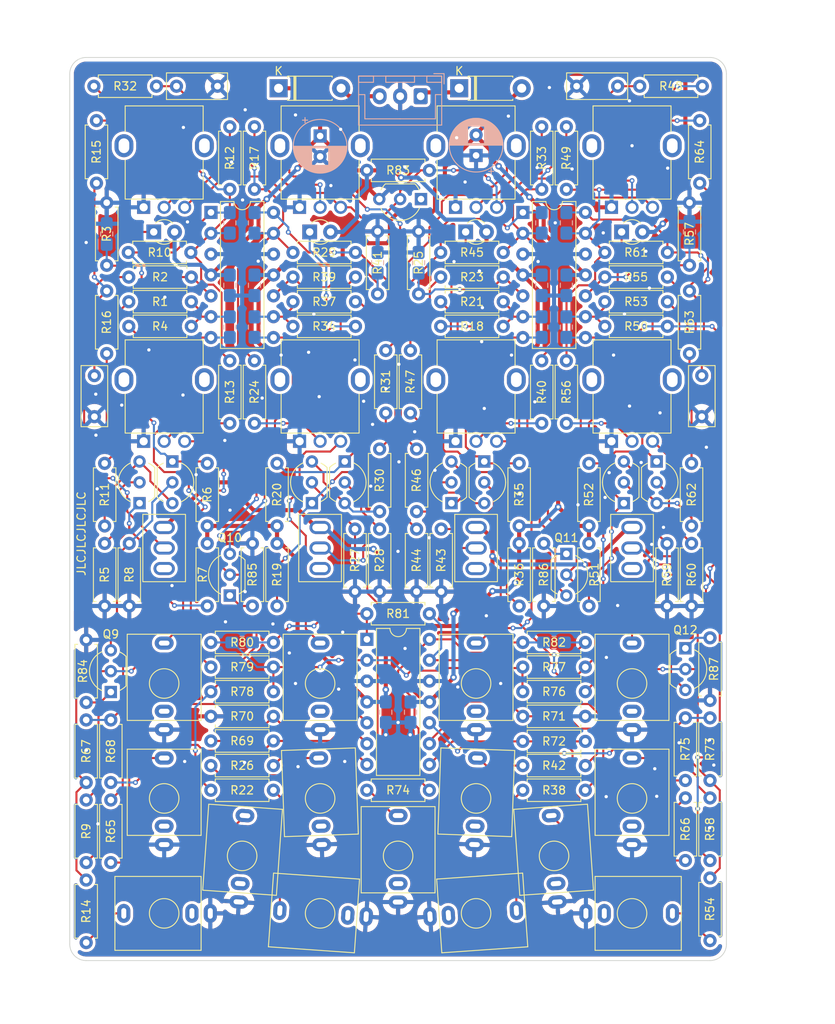
<source format=kicad_pcb>
(kicad_pcb (version 20241229) (generator "pcbnew") (generator_version "9.0")
  (layers (0 "F.Cu" signal) (2 "B.Cu" signal) (13 "F.Paste" user) (15 "B.Paste" user) (5 "F.SilkS" user "F.Silkscreen") (7 "B.SilkS" user "B.Silkscreen") (1 "F.Mask" user) (3 "B.Mask" user) (25 "Edge.Cuts" user))
  (net 0 "")
  (net 1 "Net-(J1-PadT)")
  (net 3 "GND")
  (net 5 "Net-(J2-PadT)")
  (net 6 "Net-(J3-PadT)")
  (net 13 "Net-(J4-PadT)")
  (net 14 "Net-(J5-PadT)")
  (net 15 "Net-(J6-PadT)")
  (net 16 "Net-(J7-PadT)")
  (net 18 "Net-(J8-PadT)")
  (net 19 "Net-(J9-PadT)")
  (net 21 "Net-(J10-PadT)")
  (net 23 "Net-(J11-PadT)")
  (net 24 "Net-(J12-PadT)")
  (net 29 "+5V")
  (net 31 "-12V")
  (net 32 "Net-(SW2-B)")
  (net 33 "Net-(SW3-B)")
  (net 34 "Net-(SW4-B)")
  (net 35 "Net-(SW1-B)")
  (net 39 "Net-(J13-PadT)")
  (net 40 "Net-(J14-PadT)")
  (net 41 "Net-(J15-PadT)")
  (net 42 "Net-(C4-Pad1)")
  (net 43 "Net-(C6-Pad1)")
  (net 44 "Net-(C9-Pad1)")
  (net 45 "Net-(C12-Pad1)")
  (net 46 "Net-(C13-Pad2)")
  (net 47 "Net-(U1D--)")
  (net 48 "Net-(C14-Pad2)")
  (net 49 "Net-(U1A--)")
  (net 50 "Net-(C15-Pad2)")
  (net 51 "Net-(U2A--)")
  (net 52 "Net-(U2D--)")
  (net 53 "Net-(C16-Pad2)")
  (net 54 "Net-(Q1-E)")
  (net 55 "Net-(Q1-C)")
  (net 56 "Net-(Q1-B)")
  (net 57 "Net-(Q2-B)")
  (net 58 "Net-(Q2-C)")
  (net 59 "Net-(Q3-C)")
  (net 60 "Net-(Q3-B)")
  (net 61 "Net-(Q3-E)")
  (net 62 "Net-(Q4-C)")
  (net 63 "Net-(Q4-B)")
  (net 64 "Net-(Q5-E)")
  (net 65 "Net-(Q5-C)")
  (net 66 "Net-(Q5-B)")
  (net 67 "Net-(Q6-C)")
  (net 68 "Net-(Q6-B)")
  (net 69 "Net-(Q7-C)")
  (net 70 "Net-(Q7-B)")
  (net 71 "Net-(Q7-E)")
  (net 72 "Net-(Q8-B)")
  (net 73 "Net-(Q8-C)")
  (net 74 "OUT1")
  (net 75 "+12V")
  (net 76 "Net-(U2B--)")
  (net 77 "OUT2")
  (net 78 "Net-(U2B-+)")
  (net 79 "OUT3")
  (net 80 "OUT4")
  (net 81 "Net-(U2C--)")
  (net 82 "Net-(U2C-+)")
  (net 83 "Net-(R12-Pad1)")
  (net 84 "Net-(R13-Pad1)")
  (net 85 "Net-(R17-Pad1)")
  (net 86 "Net-(R24-Pad1)")
  (net 87 "Net-(R33-Pad1)")
  (net 88 "Net-(R40-Pad1)")
  (net 89 "Net-(R49-Pad1)")
  (net 90 "Net-(R56-Pad1)")
  (net 91 "Net-(U1B--)")
  (net 92 "Net-(U1B-+)")
  (net 93 "Net-(U1C--)")
  (net 94 "Net-(U1C-+)")
  (net 95 "Net-(R65-Pad2)")
  (net 96 "Net-(R66-Pad2)")
  (net 97 "Net-(U3D--)")
  (net 98 "Net-(U3C--)")
  (net 99 "Net-(U3C-+)")
  (net 100 "Net-(C18-Pad2)")
  (net 101 "Net-(U3B--)")
  (net 102 "Net-(C17-Pad2)")
  (net 103 "Net-(U3A--)")
  (net 104 "Net-(U3B-+)")
  (net 105 "/+12V_RAW")
  (net 106 "/-12V_RAW")
  (net 107 "Net-(D1-K)")
  (net 108 "Net-(D2-K)")
  (net 109 "Net-(D3-K)")
  (net 110 "Net-(D4-K)")
  (net 111 "Net-(Q9-E)")
  (net 112 "Net-(Q10-E)")
  (net 113 "Net-(Q11-E)")
  (net 114 "Net-(Q12-E)")
  (footprint "Resistor_THT:R_Axial_DIN0207_L6.3mm_D2.5mm_P7.62mm_Horizontal" (layer "F.Cu") (at 145.25 88.69 -90)
    (property "Reference" "R62")
    (property "Value" "10k")
  )
  (footprint "Resistor_THT:R_Axial_DIN0207_L6.3mm_D2.5mm_P7.62mm_Horizontal" (layer "F.Cu") (at 145 75.31 90)
    (property "Reference" "R63")
    (property "Value" "100k")
  )
  (footprint "Resistor_THT:R_Axial_DIN0207_L6.3mm_D2.5mm_P7.62mm_Horizontal" (layer "F.Cu") (at 132.31 116.5 180)
    (property "Reference" "R76")
    (property "Value" "100k")
  )
  (footprint "Capacitor_THT:C_Rect_L7.2mm_W3.0mm_P5.00mm_FKS2_FKP2_MKS2_MKP2" (layer "F.Cu") (at 136.25 42.75 180)
    (property "Reference" "C9" (hide yes))
    (property "Value" "470n")
  )
  (footprint "TimsLib:Potentiometer_Alpha_RD901F" (layer "F.Cu") (at 138 78.5)
    (property "Reference" "RV8" (hide yes))
    (property "Value" "100k")
  )
  (footprint "Resistor_THT:R_Axial_DIN0207_L6.3mm_D2.5mm_P7.62mm_Horizontal" (layer "F.Cu") (at 89 83.81 90)
    (property "Reference" "R13")
    (property "Value" "100k")
  )
  (footprint "Resistor_THT:R_Axial_DIN0207_L6.3mm_D2.5mm_P7.62mm_Horizontal" (layer "F.Cu") (at 105.69 53)
    (property "Reference" "R83")
    (property "Value" "4.7k")
  )
  (footprint "Resistor_THT:R_Axial_DIN0207_L6.3mm_D2.5mm_P7.62mm_Horizontal" (layer "F.Cu") (at 122.31 66 180)
    (property "Reference" "R23")
    (property "Value" "10k")
  )
  (footprint "Resistor_THT:R_Axial_DIN0207_L6.3mm_D2.5mm_P7.62mm_Horizontal" (layer "F.Cu") (at 104.31 69 180)
    (property "Reference" "R37")
    (property "Value" "10k")
  )
  (footprint "Resistor_THT:R_Axial_DIN0207_L6.3mm_D2.5mm_P7.62mm_Horizontal" (layer "F.Cu") (at 96.69 63)
    (property "Reference" "R29")
    (property "Value" "180k")
  )
  (footprint "Resistor_THT:R_Axial_DIN0207_L6.3mm_D2.5mm_P7.62mm_Horizontal" (layer "F.Cu") (at 94.31 119.5 180)
    (property "Reference" "R70")
    (property "Value" "100k")
  )
  (footprint "Resistor_THT:R_Axial_DIN0207_L6.3mm_D2.5mm_P7.62mm_Horizontal" (layer "F.Cu") (at 147.5 129.44 -90)
    (property "Reference" "R58")
    (property "Value" "100k")
  )
  (footprint "Package_TO_SOT_THT:TO-92_Inline_Wide" (layer "F.Cu") (at 116 93.54 90)
    (property "Reference" "Q6" (hide yes))
    (property "Value" "BC548")
  )
  (footprint "TimsLib:Jack_3.5mm_PJ398SM_Vertical" (layer "F.Cu") (at 100 129.5 2)
    (property "Reference" "J4" (hide yes))
    (property "Value" "IN 2")
  )
  (footprint "Resistor_THT:R_Axial_DIN0207_L6.3mm_D2.5mm_P7.62mm_Horizontal" (layer "F.Cu") (at 111 82.56 90)
    (property "Reference" "R47")
    (property "Value" "100k")
  )
  (footprint "Package_TO_SOT_THT:TO-92_Inline_Wide" (layer "F.Cu") (at 99 93.54 90)
    (property "Reference" "Q3" (hide yes))
    (property "Value" "BC548")
  )
  (footprint "TimsLib:Potentiometer_Alpha_RD901F" (layer "F.Cu") (at 100 50)
    (property "Reference" "RV3" (hide yes))
    (property "Value" "100k")
  )
  (footprint "Resistor_THT:R_Axial_DIN0207_L6.3mm_D2.5mm_P7.62mm_Horizontal" (layer "F.Cu") (at 73.75 88.69 -90)
    (property "Reference" "R11")
    (property "Value" "10k")
  )
  (footprint "Resistor_THT:R_Axial_DIN0207_L6.3mm_D2.5mm_P7.62mm_Horizontal" (layer "F.Cu") (at 86.69 110.5)
    (property "Reference" "R80")
    (property "Value" "100k")
  )
  (footprint "TimsLib:Jack_3.5mm_PJ398SM_Vertical" (layer "F.Cu") (at 81 129.5)
    (property "Reference" "J1" (hide yes))
    (property "Value" "IN 1")
  )
  (footprint "Resistor_THT:R_Axial_DIN0207_L6.3mm_D2.5mm_P7.62mm_Horizontal" (layer "F.Cu") (at 130 47.69 -90)
    (property "Reference" "R49")
    (property "Value" "100k")
  )
  (footprint "Resistor_THT:R_Axial_DIN0207_L6.3mm_D2.5mm_P7.62mm_Horizontal" (layer "F.Cu") (at 108 82.56 90)
    (property "Reference" "R31")
    (property "Value" "100k")
  )
  (footprint "Resistor_THT:R_Axial_DIN0207_L6.3mm_D2.5mm_P7.62mm_Horizontal" (layer "F.Cu") (at 105.69 107)
    (property "Reference" "R81")
    (property "Value" "100k")
  )
  (footprint "Resistor_THT:R_Axial_DIN0207_L6.3mm_D2.5mm_P7.62mm_Horizontal" (layer "F.Cu") (at 134.69 63)
    (property "Reference" "R61")
    (property "Value" "180k")
  )
  (footprint "Package_TO_SOT_THT:TO-92_Inline_Wide" (layer "F.Cu") (at 130 99.71 -90)
    (property "Reference" "Q11")
    (property "Value" "2N3904")
  )
  (footprint "TimsLib:Jack_3.5mm_PJ398SM_Vertical" (layer "F.Cu") (at 138 143.5 -90)
    (property "Reference" "J10" (hide yes))
    (property "Value" "OUT 4")
  )
  (footprint "Resistor_THT:R_Axial_DIN0207_L6.3mm_D2.5mm_P7.62mm_Horizontal" (layer "F.Cu") (at 94.31 125.5 180)
    (property "Reference" "R26")
    (property "Value" "100k")
  )
  (footprint "TimsLib:Jack_3.5mm_PJ398SM_Vertical" (layer "F.Cu") (at 100 143.5 86)
    (property "Reference" "J6" (hide yes))
    (property "Value" "OUT 2")
  )
  (footprint "Package_DIP:DIP-14_W7.62mm" (layer "F.Cu") (at 86.7 58.125)
    (property "Reference" "U1" (hide yes))
    (property "Value" "TL074")
  )
  (footprint "Resistor_THT:R_Axial_DIN0207_L6.3mm_D2.5mm_P7.62mm_Horizontal" (layer "F.Cu") (at 107.25 86.94 -90)
    (property "Reference" "R30")
    (property "Value" "10k")
  )
  (footprint "Package_DIP:DIP-14_W7.62mm" (layer "F.Cu") (at 124.7 58.125)
    (property "Reference" "U2" (hide yes))
    (property "Value" "TL074")
  )
  (footprint "Resistor_THT:R_Axial_DIN0207_L6.3mm_D2.5mm_P7.62mm_Horizontal" (layer "F.Cu") (at 124.69 119.5)
    (property "Reference" "R71")
    (property "Value" "100k")
  )
  (footprint "Resistor_THT:R_Axial_DIN0207_L6.3mm_D2.5mm_P7.62mm_Horizontal" (layer "F.Cu") (at 132.31 113.5 180)
    (property "Reference" "R77")
    (property "Value" "100k")
  )
  (footprint "Resistor_THT:R_Axial_DIN0207_L6.3mm_D2.5mm_P7.62mm_Horizontal" (layer "F.Cu") (at 145.25 98.44 -90)
    (property "Reference" "R60")
    (property "Value" "100")
  )
  (footprint "Resistor_THT:R_Axial_DIN0207_L6.3mm_D2.5mm_P7.62mm_Horizontal" (layer "F.Cu") (at 147.5 139.19 -90)
    (property "Reference" "R54")
    (property "Value" "1k")
  )
  (footprint "TimsLib:Potentiometer_Alpha_RD901F" (layer "F.Cu") (at 100 78.5)
    (property "Reference" "RV4" (hide yes))
    (property "Value" "100k")
  )
  (footprint "Resistor_THT:R_Axial_DIN0207_L6.3mm_D2.5mm_P7.62mm_Horizontal" (layer "F.Cu") (at 94.31 122.5 180)
    (property "Reference" "R69")
    (property "Value" "100k")
  )
  (footprint "Resistor_THT:R_Axial_DIN0207_L6.3mm_D2.5mm_P7.62mm_Horizontal" (layer "F.Cu") (at 114.75 96.69 -90)
    (property "Reference" "R43")
    (property "Value" "100")
  )
  (footprint "Resistor_THT:R_Axial_DIN0207_L6.3mm_D2.5mm_P7.62mm_Horizontal" (layer "F.Cu") (at 138.94 42.75)
    (property "Reference" "R48")
    (property "Value" "47k")
  )
  (footprint "Diode_THT:D_DO-41_SOD81_P7.62mm_Horizontal" (layer "F.Cu") (at 116.94 43)
    (property "Reference" "D6" (hide yes))
    (property "Value" "1N5819")
  )
  (footprint "TimsLib:LED_D3.0mm_Centered" (layer "F.Cu") (at 100 60.5)
    (property "Reference" "D2" (hide yes))
    (property "Value" "LED")
  )
  (footprint "Resistor_THT:R_Axial_DIN0207_L6.3mm_D2.5mm_P7.62mm_Horizontal" (layer "F.Cu") (at 147.5 127.31 90)
    (property "Reference" "R73")
    (property "Value" "100k")
  )
  (footprint "Resistor_THT:R_Axial_DIN0207_L6.3mm_D2.5mm_P7.62mm_Horizontal" (layer "F.Cu") (at 144.5 137.06 90)
    (property "Reference" "R66")
    (property "Value" "1k")
  )
  (footprint "Package_TO_SOT_THT:TO-92_Inline_Wide" (layer "F.Cu") (at 82 88.46 -90)
    (property "Reference" "Q2" (hide yes))
    (property "Value" "BC548")
  )
  (footprint "TimsLib:LED_D3.0mm_Centered" (layer "F.Cu") (at 119 60.5)
    (property "Reference" "D3" (hide yes))
    (property "Value" "LED")
  )
  (footprint "Resistor_THT:R_Axial_DIN0207_L6.3mm_D2.5mm_P7.62mm_Horizontal" (layer "F.Cu") (at 94.75 98.44 -90)
    (property "Reference" "R19")
    (property "Value" "20k")
  )
  (footprint "Resistor_THT:R_Axial_DIN0207_L6.3mm_D2.5mm_P7.62mm_Horizontal" (layer "F.Cu") (at 80.06 42.75 180)
    (property "Reference" "R32")
    (property "Value" "47k")
  )
  (footprint "TimsLib:Switch_SPDT_Micro-Toggle" (layer "F.Cu") (at 100 99)
    (property "Reference" "SW2" (hide yes))
    (property "Value" "MUTE 2")
  )
  (footprint "Resistor_THT:R_Axial_DIN0207_L6.3mm_D2.5mm_P7.62mm_Horizontal" (layer "F.Cu") (at 146.25 54.56 90)
    (property "Reference" "R64")
    (property "Value" "47k")
  )
  (footprint "Resistor_THT:R_Axial_DIN0207_L6.3mm_D2.5mm_P7.62mm_Horizontal" (layer "F.Cu") (at 124.69 122.55)
    (property "Reference" "R72")
    (property "Value" "100k")
  )
  (footprint "Package_TO_SOT_THT:TO-92_Inline_Wide" (layer "F.Cu") (at 89 104.79 90)
    (property "Reference" "Q10")
    (property "Value" "2N3904")
  )
  (footprint "TimsLib:Jack_3.5mm_PJ398SM_Vertical" (layer "F.Cu") (at 119 143.5 -86)
    (property "Reference" "J7" (hide yes))
    (property "Value" "OUT 3")
  )
  (footprint "Resistor_THT:R_Axial_DIN0207_L6.3mm_D2.5mm_P7.62mm_Horizontal" (layer "F.Cu") (at 86.25 96.31 90)
    (property "Reference" "R6")
    (property "Value" "20k")
  )
  (footprint "TimsLib:Jack_3.5mm_PJ398SM_Vertical" (layer "F.Cu") (at 90.5 136.5 -4)
    (property "Reference" "J13" (hide yes))
    (property "Value" "1+2")
  )
  (footprint "TimsLib:Jack_3.5mm_PJ398SM_Vertical" (layer "F.Cu") (at 81 115.5)
    (property "Reference" "J2" (hide yes))
    (property "Value" "CV 1")
  )
  (footprint "Capacitor_THT:C_Rect_L7.2mm_W3.0mm_P5.00mm_FKS2_FKP2_MKS2_MKP2" (layer "F.Cu") (at 146.5 78 -90)
    (property "Reference" "C12" (hide yes))
    (property "Value" "470n")
  )
  (footprint "Resistor_THT:R_Axial_DIN0207_L6.3mm_D2.5mm_P7.62mm_Horizontal" (layer "F.Cu") (at 86.69 128.5)
    (property "Reference" "R22")
    (property "Value" "1k")
  )
  (footprint "Resistor_THT:R_Axial_DIN0207_L6.3mm_D2.5mm_P7.62mm_Horizontal" (layer "F.Cu") (at 130 83.81 90)
    (property "Reference" "R56")
    (property "Value" "100k")
  )
  (footprint "Resistor_THT:R_Axial_DIN0207_L6.3mm_D2.5mm_P7.62mm_Horizontal" (layer "F.Cu") (at 94.75 96.31 90)
    (property "Reference" "R20")
    (property "Value" "20k")
  )
  (footprint "Resistor_THT:R_Axial_DIN0207_L6.3mm_D2.5mm_P7.62mm_Horizontal" (layer "F.Cu") (at 127 47.69 -90)
    (property "Reference" "R33")
    (property "Value" "100k")
  )
  (footprint "TimsLib:Potentiometer_Alpha_RD901F" (layer "F.Cu") (at 81 78.5)
    (property "Reference" "RV1" (hide yes))
    (property "Value" "100k")
  )
  (footprint "Resistor_THT:R_Axial_DIN0207_L6.3mm_D2.5mm_P7.62mm_Horizontal" (layer "F.Cu") (at 74.5 137.31 90)
    (property "Reference" "R65")
    (property "Value" "1k")
  )
  (footprint "Resistor_THT:R_Axial_DIN0207_L6.3mm_D2.5mm_P7.62mm_Horizontal" (layer "F.Cu") (at 73.75 98.44 -90)
    (property "Reference" "R5")
    (property "Value" "100")
  )
  (footprint "Resistor_THT:R_Axial_DIN0207_L6.3mm_D2.5mm_P7.62mm_Horizontal" (layer "F.Cu") (at 86.69 116.5)
    (property "Reference" "R78")
    (property "Value" "100k")
  )
  (footprint "Resistor_THT:R_Axial_DIN0207_L6.3mm_D2.5mm_P7.62mm_Horizontal" (layer "F.Cu") (at 104.25 96.69 -90)
    (property "Reference" "R27")
    (property "Value" "100")
  )
  (footprint "Resistor_THT:R_Axial_DIN0207_L6.3mm_D2.5mm_P7.62mm_Horizontal" (layer "F.Cu") (at 132.31 110.5 180)
    (property "Reference" "R82")
    (property "Value" "100k")
  )
  (footprint "Resistor_THT:R_Axial_DIN0207_L6.3mm_D2.5mm_P7.62mm_Horizontal" (layer "F.Cu") (at 111.75 86.94 -90)
    (property "Reference" "R46")
    (property "Value" "10k")
  )
  (footprint "Resistor_THT:R_Axial_DIN0207_L6.3mm_D2.5mm_P7.62mm_Horizontal" (layer "F.Cu") (at 86.69 113.5)
    (property "Reference" "R79")
    (property "Value" "100k")
  )
  (footprint "Resistor_THT:R_Axial_DIN0207_L6.3mm_D2.5mm_P7.62mm_Horizontal" (layer "F.Cu") (at 142.2627 98.4527 -90)
    (property "Reference" "R59")
    (property "Value" "100")
  )
  (footprint "Resistor_THT:R_Axial_DIN0207_L6.3mm_D2.5mm_P7.62mm_Horizontal" (layer "F.Cu") (at 72.75 54.56 90)
    (property "Reference" "R15")
    (property "Value" "47k")
  )
  (footprint "Resistor_THT:R_Axial_DIN0207_L6.3mm_D2.5mm_P7.62mm_Horizontal" (layer "F.Cu") (at 134.69 72)
    (property "Reference" "R50")
    (property "Value" "100k")
  )
  (footprint "TimsLib:Jack_3.5mm_PJ398SM_Vertical" (layer "F.Cu") (at 119 129.5 -2)
    (property "Reference" "J8" (hide yes))
    (property "Value" "IN 3")
  )
  (footprint "Resistor_THT:R_Axial_DIN0207_L6.3mm_D2.5mm_P7.62mm_Horizontal" (layer "F.Cu") (at 74 64.56 90)
    (property "Reference" "R3")
    (property "Value" "100k")
  )
  (footprint "Resistor_THT:R_Axial_DIN0207_L6.3mm_D2.5mm_P7.62mm_Horizontal" (layer "F.Cu") (at 74.5 127.56 90)
    (property "Reference" "R68")
    (property "Value" "100k")
  )
  (footprint "Resistor_THT:R_Axial_DIN0207_L6.3mm_D2.5mm_P7.62mm_Horizontal" (layer "F.Cu") (at 127.25 98.44 -90)
    (property "Reference" "R86")
    (property "Value" "2.2k")
  )
  (footprint "TimsLib:LED_D3.0mm_Centered" (layer "F.Cu") (at 138 60.5)
    (property "Reference" "D4" (hide yes))
    (property "Value" "LED")
  )
  (footprint "TimsLib:Jack_3.5mm_PJ398SM_Vertical" (layer "F.Cu") (at 119 115.5)
    (property "Reference" "J9" (hide yes))
    (property "Value" "CV 3")
  )
  (footprint "Resistor_THT:R_Axial_DIN0207_L6.3mm_D2.5mm_P7.62mm_Horizontal" (layer "F.Cu") (at 132.75 96.31 90)
    (property "Reference" "R52")
    (property "Value" "20k")
  )
  (footprint "Resistor_THT:R_Axial_DIN0207_L6.3mm_D2.5mm_P7.62mm_Horizontal" (layer "F.Cu") (at 124.25 96.31 90)
    (property "Reference" "R35")
    (property "Value" "20k")
  )
  (footprint "Resistor_THT:R_Axial_DIN0207_L6.3mm_D2.5mm_P7.62mm_Horizontal" (layer "F.Cu") (at 132.75 98.44 -90)
    (property "Reference" "R51")
    (property "Value" "20k")
  )
  (footprint "Resistor_THT:R_Axial_DIN0207_L6.3mm_D2.5mm_P7.62mm_Horizontal" (layer "F.Cu") (at 89 47.69 -90)
    (property "Reference" "R12")
    (property "Value" "100k")
  )
  (footprint "Resistor_THT:R_Axial_DIN0207_L6.3mm_D2.5mm_P7.62mm_Horizontal" (layer "F.Cu") (at 124.69 125.5)
    (property "Reference" "R42")
    (property "Value" "100k")
  )
  (footprint "TimsLib:Switch_SPDT_Micro-Toggle" (layer "F.Cu") (at 81 99)
    (property "Reference" "SW1" (hide yes))
    (property "Value" "MUTE 1")
  )
  (footprint "TimsLib:Jack_3.5mm_PJ398SM_Vertical" (layer "F.Cu") (at 128.5 136.5 4)
    (property "Reference" "J15" (hide yes))
    (property "Value" "3+4")
  )
  (footprint "Package_TO_SOT_THT:TO-92_Inline_Wide" (layer "F.Cu") (at 120 88.46 -90)
    (property "Reference" "Q5" (hide yes))
    (property "Value" "BC548")
  )
  (footprint "TimsLib:Switch_SPDT_Micro-Toggle" (layer "F.Cu") (at 119 99)
    (property "Reference" "SW3" (hide yes))
    (property "Value" "MUTE 3")
  )
  (footprint "Resistor_THT:R_Axial_DIN0207_L6.3mm_D2.5mm_P7.62mm_Horizontal" (layer "F.Cu") (at 147.5 109.94 -90)
    (property "Reference" "R87")
    (property "Value" "2.2k")
  )
  (footprint "Package_TO_SOT_THT:TO-92_Inline_Wide" (layer "F.Cu") (at 74.5 116.54 90)
    (property "Reference" "Q9")
    (property "Value" "2N3904")
  )
  (footprint "Resistor_THT:R_Axial_DIN0207_L6.3mm_D2.5mm_P7.62mm_Horizontal" (layer "F.Cu") (at 105.69 128.5)
    (property "Reference" "R74")
    (property "Value" "1k")
  )
  (footprint "Resistor_THT:R_Axial_DIN0207_L6.3mm_D2.5mm_P7.62mm_Horizontal" (layer "F.Cu") (at 134.69 66)
    (property "Reference" "R55")
    (property "Value" "10k")
  )
  (footprint "Resistor_THT:R_Axial_DIN0207_L6.3mm_D2.5mm_P7.62mm_Horizontal" (layer "F.Cu") (at 107 68.06 90)
    (property "Reference" "R41")
    (property "Value" "100k")
  )
  (footprint "Resistor_THT:R_Axial_DIN0207_L6.3mm_D2.5mm_P7.62mm_Horizontal" (layer "F.Cu") (at 84.25 63 180)
    (property "Reference" "R10")
    (property "Value" "180k")
  )
  (footprint "Resistor_THT:R_Axial_DIN0207_L6.3mm_D2.5mm_P7.62mm_Horizontal" (layer "F.Cu") (at 71.5 127.56 90)
    (property "Reference" "R67")
    (property "Value" "100k")
  )
  (footprint "Resistor_THT:R_Axial_DIN0207_L6.3mm_D2.5mm_P7.62mm_Horizontal" (layer "F.Cu") (at 122.31 63 180)
    (property "Reference" "R45")
    (property "Value" "180k")
  )
  (footprint "Resistor_THT:R_Axial_DIN0207_L6.3mm_D2.5mm_P7.62mm_Horizontal" (layer "F.Cu") (at 71.5 139.44 -90)
    (property "Reference" "R14")
    (property "Value" "1k")
  )
  (footprint "Resistor_THT:R_Axial_DIN0207_L6.3mm_D2.5mm_P7.62mm_Horizontal" (layer "F.Cu") (at 124.25 98.44 -90)
    (property "Reference" "R36")
    (property "Value" "20k")
  )
  (footprint "Package_DIP:DIP-14_W7.62mm" (layer "F.Cu") (at 105.7 110.125)
    (property "Reference" "U3" (hide yes))
    (property "Value" "TL074")
  )
  (footprint "Resistor_THT:R_Axial_DIN0207_L6.3mm_D2.5mm_P7.62mm_Horizontal" (layer "F.Cu") (at 142.31 69 180)
    (property "Reference" "R53")
    (property "Value" "10k")
  )
  (footprint "Package_TO_SOT_THT:TO-92_Inline_Wide" (layer "F.Cu") (at 78 93.54 90)
    (property "Reference" "Q1" (hide yes))
    (property "Value" "BC548")
  )
  (footprint "Resistor_THT:R_Axial_DIN0207_L6.3mm_D2.5mm_P7.62mm_Horizontal" (layer "F.Cu") (at 114.69 69)
    (property "Reference" "R21")
    (property "Value" "10k")
  )
  (footprint "Package_TO_SOT_THT:TO-92_Inline_Wide" (layer "F.Cu") (at 144.5 111.21 -90)
    (property "Reference" "Q12")
    (property "Value" "2N3904")
  )
  (footprint "Capacitor_THT:C_Rect_L7.2mm_W3.0mm_P5.00mm_FKS2_FKP2_MKS2_MKP2" (layer "F.Cu") (at 82.5 42.75)
    (property "Reference" "C6" (hide yes))
    (property "Value" "470n")
  )
  (footprint "Resistor_THT:R_Axial_DIN0207_L6.3mm_D2.5mm_P7.62mm_Horizontal" (layer "F.Cu") (at 112 68.06 90)
    (property "Reference" "R25")
    (property "Value" "100k")
  )
  (footprint "TimsLib:Potentiometer_Alpha_RD901F" (layer "F.Cu") (at 81 50)
    (property "Reference" "RV2" (hide yes))
    (property "Value" "100k")
  )
  (footprint "TimsLib:Switch_SPDT_Micro-Toggle" (layer "F.Cu") (at 138 99)
    (property "Reference" "SW4" (hide yes))
    (property "Value" "MUTE 4")
  )
  (footprint "TimsLib:Jack_3.5mm_PJ398SM_Vertical" (layer "F.Cu") (at 138 129.5)
    (property "Reference" "J11" (hide yes))
    (property "Value" "IN 4")
  )
  (footprint "Resistor_THT:R_Axial_DIN0207_L6.3mm_D2.5mm_P7.62mm_Horizontal" (layer "F.Cu") (at 76.75 98.44 -90)
    (property "Reference" "R8")
    (property "Value" "100")
  )
  (footprint "Resistor_THT:R_Axial_DIN0207_L6.3mm_D2.5mm_P7.62mm_Horizontal" (layer "F.Cu") (at 74 75.31 90)
    (property "Reference" "R16")
    (property "Value" "100k")
  )
  (footprint "Resistor_THT:R_Axial_DIN0207_L6.3mm_D2.5mm_P7.62mm_Horizontal" (layer "F.Cu") (at 145 64.56 90)
    (property "Reference" "R57")
    (property "Value" "100k")
  )
  (footprint "TimsLib:Jack_3.5mm_PJ398SM_Vertical" (layer "F.Cu") (at 109.5 136.5)
    (property "Reference" "J14" (hide yes))
    (property "Value" "MIX")
  )
  (footprint "Resistor_THT:R_Axial_DIN0207_L6.3mm_D2.5mm_P7.62mm_Horizontal" (layer "F.Cu") (at 144.5 127.31 90)
    (property "Reference" "R75")
    (property "Value" "100k")
  )
  (footprint "Resistor_THT:R_Axial_DIN0207_L6.3mm_D2.5mm_P7.62mm_Horizontal" (layer "F.Cu") (at 76.69 69)
    (property "Reference" "R1")
    (property "Value" "10k")
  )
  (footprint "Package_TO_SOT_THT:TO-92_Inline_Wide" (layer "F.Cu") (at 112.29 56.5 180)
    (property "Reference" "U4" (hide yes))
    (property "Value" "LM4040LP-5")
  )
  (footprint "TimsLib:Jack_3.5mm_PJ398SM_Vertical" (layer "F.Cu") (at 81 143.5 90)
    (property "Reference" "J3" (hide yes))
    (property "Value" "OUT 1")
  )
  (footprint "Resistor_THT:R_Axial_DIN0207_L6.3mm_D2.5mm_P7.62mm_Horizontal" (layer "F.Cu") (at 132.31 128.5 180)
    (property "Reference" "R38")
    (property "Value" "1k")
  )
  (footprint "Resistor_THT:R_Axial_DIN0207_L6.3mm_D2.5mm_P7.62mm_Horizontal" (layer "F.Cu") (at 96.69 66)
    (property "Reference" "R39")
    (property "Value" "10k")
  )
  (footprint "Resistor_THT:R_Axial_DIN0207_L6.3mm_D2.5mm_P7.62mm_Horizontal" (layer "F.Cu") (at 127 83.81 90)
    (property "Reference" "R40")
    (property "Value" "100k")
  )
  (footprint "Resistor_THT:R_Axial_DIN0207_L6.3mm_D2.5mm_P7.62mm_Horizontal" (layer "F.Cu") (at 91.75 106.06 90)
    (property "Reference" "R85")
    (property "Value" "2.2k")
  )
  (footprint "TimsLib:Jack_3.5mm_PJ398SM_Vertical" (layer "F.Cu") (at 100 115.5)
    (property "Reference" "J5" (hide yes))
    (property "Value" "CV 2")
  )
  (footprint "Package_TO_SOT_THT:TO-92_Inline_Wide" (layer "F.Cu") (at 103 88.46 -90)
    (property "Reference" "Q4" (hide yes))
    (property "Value" "BC548")
  )
  (footprint "Package_TO_SOT_THT:TO-92_Inline_Wide" (layer "F.Cu") (at 137 93.54 90)
    (property "Reference" "Q7" (hide yes))
    (property "Value" "BC548")
  )
  (footprint "Resistor_THT:R_Axial_DIN0207_L6.3mm_D2.5mm_P7.62mm_Horizontal" (layer "F.Cu") (at 71.5 137.31 90)
    (property "Reference" "R9")
    (property "Value" "100k")
  )
  (footprint "Resistor_THT:R_Axial_DIN0207_L6.3mm_D2.5mm_P7.62mm_Horizontal" (layer "F.Cu") (at 86.25 98.44 -90)
    (property "Reference" "R7")
    (property "Value" "20k")
  )
  (footprint "Resistor_THT:R_Axial_DIN0207_L6.3mm_D2.5mm_P7.62mm_Horizontal" (layer "F.Cu") (at 96.69 72)
    (property "Reference" "R34")
    (property "Value" "100k")
  )
  (footprint "Resistor_THT:R_Axial_DIN0207_L6.3mm_D2.5mm_P7.62mm_Horizontal" (layer "F.Cu") (at 92 83.81 90)
    (property "Reference" "R24")
    (property "Value" "100k")
  )
  (footprint "Resistor_THT:R_Axial_DIN0207_L6.3mm_D2.5mm_P7.62mm_Horizontal" (layer "F.Cu") (at 92 47.69 -90)
    (property "Reference" "R17")
    (property "Value" "100k")
  )
  (footprint "Capacitor_THT:C_Rect_L7.2mm_W3.0mm_P5.00mm_FKS2_FKP2_MKS2_MKP2" (layer "F.Cu") (at 72.5 78 -90)
    (property "Reference" "C4" (hide yes))
    (property "Value" "470n")
  )
  (footprint "TimsLib:Potentiometer_Alpha_RD901F" (layer "F.Cu") (at 138 50)
    (property "Reference" "RV7" (hide yes))
    (property "Value" "100k")
  )
  (footprint "TimsLib:Potentiometer_Alpha_RD901F" (layer "F.Cu") (at 119 50)
    (property "Reference" "RV5" (hide yes))
    (property "Value" "100k")
  )
  (footprint "Package_TO_SOT_THT:TO-92_Inline_Wide" (layer "F.Cu") (at 141 88.46 -90)
    (property "Reference" "Q8" (hide yes))
    (property "Value" "BC548")
  )
  (footprint "TimsLib:LED_D3.0mm_Centered" (layer "F.Cu") (at 81 60.5)
    (property "Reference" "D1" (hide yes))
    (property "Value" "LED")
  )
  (footprint "Resistor_THT:R_Axial_DIN0207_L6.3mm_D2.5mm_P7.62mm_Horizontal" (layer "F.Cu") (at 111.75 96.69 -90)
    (property "Reference" "R44")
    (property "Value" "100")
  )
  (footprint "Resistor_THT:R_Axial_DIN0207_L6.3mm_D2.5mm_P7.62mm_Horizontal" (layer "F.Cu") (at 71.5 117.81 90)
    (property "Reference" "R84")
    (property "Value" "2.2k")
  )
  (footprint "TimsLib:Jack_3.5mm_PJ398SM_Vertical" (layer "F.Cu") (at 138 115.5)
    (property "Reference" "J12" (hide yes))
    (property "Value" "CV 4")
  )
  (footprint "Diode_THT:D_DO-41_SOD81_P7.62mm_Horizontal" (layer "F.Cu") (at 94.94 43)
    (property "Reference" "D5" (hide yes))
    (property "Value" "1N5819")
  )
  (footprint "Resistor_THT:R_Axial_DIN0207_L6.3mm_D2.5mm_P7.62mm_Horizontal" (layer "F.Cu") (at 122.31 72 180)
    (property "Reference" "R18")
    (property "Value" "100k")
  )
  (footprint "TimsLib:Potentiometer_Alpha_RD901F" (layer "F.Cu") (at 119 78.5)
    (property "Reference" "RV6" (hide yes))
    (property "Value" "100k")
  )
  (footprint "Resistor_THT:R_Axial_DIN0207_L6.3mm_D2.5mm_P7.62mm_Horizontal" (layer "F.Cu") (at 107.25 96.69 -90)
    (property "Reference" "R28")
    (property "Value" "100")
  )
  (footprint "Resistor_THT:R_Axial_DIN0207_L6.3mm_D2.5mm_P7.62mm_Horizontal" (layer "F.Cu") (at 84.31 72 180)
    (property "Reference" "R4")
    (property "Value" "100k")
  )
  (footprint "Resistor_THT:R_Axial_DIN0207_L6.3mm_D2.5mm_P7.62mm_Horizontal" (layer "F.Cu") (at 84.31 66 180)
    (property "Reference" "R2")
    (property "Value" "10k")
  )
  (footprint "TimsLib:C_0805_HandSolder" (layer "B.Cu") (at 74 60.75 90)
    (property "Reference" "C2" (hide yes))
    (property "Value" "(100p)")
  )
  (footprint "TimsLib:C_0805_HandSolder" (layer "B.Cu") (at 107 64.25 90)
    (property "Reference" "C5" (hide yes))
    (property "Value" "(100p)")
  )
  (footprint "TimsLib:C_0805_HandSolder" (layer "B.Cu") (at 92 72.095 -90)
    (property "Reference" "C1" (hide yes))
    (property "Value" "(100p)")
  )
  (footprint "TimsLib:C_0805_HandSolder" (layer "B.Cu") (at 130 59.395 90)
    (property "Reference" "C16" (hide yes))
    (property "Value" "(100p)")
  )
  (footprint "Connector_JST:JST_XH_B3B-XH-A_1x03_P2.50mm_Vertical" (layer "B.Cu") (at 112.25 43.975 180)
    (property "Reference" "J16" (hide yes))
    (property "Value" "Power")
  )
  (footprint "TimsLib:C_0805_HandSolder" (layer "B.Cu") (at 128.5 110.5 180)
    (property "Reference" "C18" (hide yes))
    (property "Value" "(100p)")
  )
  (footprint "TimsLib:C_0805_HandSolder" (layer "B.Cu") (at 89 67 -90)
    (property "Reference" "C25" (hide yes))
    (property "Value" "100n")
  )
  (footprint "TimsLib:C_0805_HandSolder" (layer "B.Cu") (at 112 64.25 90)
    (property "Reference" "C8" (hide yes))
    (property "Value" "(100p)")
  )
  (footprint "TimsLib:C_0805_HandSolder" (layer "B.Cu") (at 90.5 110.5)
    (property "Reference" "C17" (hide yes))
    (property "Value" "(100p)")
  )
  (footprint "TimsLib:C_0805_HandSolder" (layer "B.Cu") (at 111.01 119 90)
    (property "Reference" "C22" (hide yes))
    (property "Value" "100n")
  )
  (footprint "TimsLib:C_0805_HandSolder" (layer "B.Cu") (at 130 72.095 -90)
    (property "Reference" "C10" (hide yes))
    (property "Value" "(100p)")
  )
  (footprint "TimsLib:C_0805_HandSolder" (layer "B.Cu") (at 127 67 -90)
    (property "Reference" "C23" (hide yes))
    (property "Value" "100n")
  )
  (footprint "TimsLib:C_0805_HandSolder" (layer "B.Cu") (at 127 59.395 90)
    (property "Reference" "C15" (hide yes))
    (property "Value" "(100p)")
  )
  (footprint "TimsLib:C_0805_HandSolder" (layer "B.Cu") (at 130 67 90)
    (property "Reference" "C24" (hide yes))
    (property "Value" "100n")
  )
  (footprint "TimsLib:C_0805_HandSolder" (layer "B.Cu") (at 127 72.095 -90)
    (property "Reference" "C7" (hide yes))
    (property "Value" "(100p)")
  )
  (footprint "TimsLib:C_0805_HandSolder" (layer "B.Cu") (at 89 59.395 90)
    (property "Reference" "C14" (hide yes))
    (property "Value" "(100p)")
  )
  (footprint "TimsLib:C_0805_HandSolder" (layer "B.Cu") (at 89 72.095 -90)
    (property "Reference" "C3" (hide yes))
    (property "Value" "(100p)")
  )
  (footprint "Capacitor_THT:CP_Radial_D6.3mm_P2.50mm" (layer "B.Cu") (at 119 51.1824 90)
    (property "Reference" "C20" (hide yes))
    (property "Value" "22u")
  )
  (footprint "TimsLib:C_0805_HandSolder" (layer "B.Cu") (at 108 119 -90)
    (property "Reference" "C21" (hide yes))
    (property "Value" "100n")
  )
  (footprint "TimsLib:C_0805_HandSolder" (layer "B.Cu") (at 92 67 90)
    (property "Reference" "C26" (hide yes))
    (property "Value" "100n")
  )
  (footprint "Capacitor_THT:CP_Radial_D6.3mm_P2.50mm" (layer "B.Cu") (at 100 48.8176 -90)
    (property "Reference" "C19" (hide yes))
    (property "Value" "22u")
  )
  (footprint "TimsLib:C_0805_HandSolder" (layer "B.Cu") (at 145 60.5 90)
    (property "Reference" "C11" (hide yes))
    (property "Value" "(100p)")
  )
  (footprint "TimsLib:C_0805_HandSolder" (layer "B.Cu") (at 92 59.395 90)
    (property "Reference" "C13" (hide yes))
    (property "Value" "(100p)")
  )
  (gr_line (start 71.5 39.25) (end 147.5 39.25) (stroke (width 0.1)) (layer "Edge.Cuts"))
  (gr_arc (start 69.5 41.25) (mid 70.085786 39.835786) (end 71.5 39.25) (stroke (width 0.1)) (layer "Edge.Cuts"))
  (gr_arc (start 149.5 147.25) (mid 148.914214 148.664214) (end 147.5 149.25) (stroke (width 0.1)) (layer "Edge.Cuts"))
  (gr_line (start 147.5 149.25) (end 71.5 149.25) (stroke (width 0.1)) (layer "Edge.Cuts"))
  (gr_line (start 149.5 41.25) (end 149.5 147.25) (stroke (width 0.1)) (layer "Edge.Cuts"))
  (gr_arc (start 147.5 39.25) (mid 148.914214 39.835786) (end 149.5 41.25) (stroke (width 0.1)) (layer "Edge.Cuts"))
  (gr_arc (start 71.5 149.25) (mid 70.085786 148.664214) (end 69.5 147.25) (stroke (width 0.1)) (layer "Edge.Cuts"))
  (gr_line (start 69.5 147.25) (end 69.5 41.25) (stroke (width 0.1)) (layer "Edge.Cuts"))
  (gr_text "JLCJLCJLCJLC" (at 71.5 97.25 90) (layer "F.SilkS") (effects (font (size 1 1)) (justify bottom)))
  (segment (start 78.67 124.58) (end 76.75 126.5) (width 0.25) (layer "F.Cu") (net 1))
  (segment (start 76.75 132.06) (end 71.5 137.31) (width 0.25) (layer "F.Cu") (net 1))
  (segment (start 81 124.58) (end 78.67 124.58) (width 0.25) (layer "F.Cu") (net 1))
  (segment (start 76.75 126.5) (end 76.75 132.06) (width 0.25) (layer "F.Cu") (net 1))
  (via (at 119.68008 73.86317) (size 0.8) (drill 0.4) (layers "F.Cu" "B.Cu") (net 3))
  (via (at 135.75 75.5) (size 0.8) (drill 0.4) (layers "F.Cu" "B.Cu") (net 3))
  (via (at 97.310492 125.630314) (size 0.8) (drill 0.4) (layers "F.Cu" "B.Cu") (net 3))
  (via (at 105.302246 81.123862) (size 0.8) (drill 0.4) (layers "F.Cu" "B.Cu") (net 3))
  (via (at 126.556455 64.104114) (size 0.8) (drill 0.4) (layers "F.Cu" "B.Cu") (net 3))
  (via (at 147.057041 86.725608) (size 0.8) (drill 0.4) (layers "F.Cu" "B.Cu") (net 3))
  (via (at 136.25 106) (size 0.8) (drill 0.4) (layers "F.Cu" "B.Cu") (net 3))
  (via (at 101.31147 54.853823) (size 0.8) (drill 0.4) (layers "F.Cu" "B.Cu") (net 3))
  (via (at 99.235238 70.511917) (size 0.8) (drill 0.4) (layers "F.Cu" "B.Cu") (net 3))
  (via (at 147.961155 125.436127) (size 0.8) (drill 0.4) (layers "F.Cu" "B.Cu") (net 3))
  (via (at 97 115.5) (size 0.8) (drill 0.4) (layers "F.Cu" "B.Cu") (net 3))
  (via (at 137.077694 70.496851) (size 0.8) (drill 0.4) (layers "F.Cu" "B.Cu") (net 3))
  (via (at 109.485772 99.407393) (size 0.8) (drill 0.4) (layers "F.Cu" "B.Cu") (net 3))
  (via (at 102.259229 116.192091) (size 0.8) (drill 0.4) (layers "F.Cu" "B.Cu") (net 3))
  (via (at 83.5 125) (size 0.8) (drill 0.4) (layers "F.Cu" "B.Cu") (net 3))
  (via (at 88.388971 85.895958) (size 0.8) (drill 0.4) (layers "F.Cu" "B.Cu") (net 3))
  (via (at 147.447413 122.36725) (size 0.8) (drill 0.4) (layers "F.Cu" "B.Cu") (net 3))
  (via (at 138 50) (size 0.8) (drill 0.4) (layers "F.Cu" "B.Cu") (net 3))
  (via (at 90.796569 125.116676) (size 0.8) (drill 0.4) (layers "F.Cu" "B.Cu") (net 3))
  (via (at 134.873962 112.325606) (size 0.8) (drill 0.4) (layers "F.Cu" "B.Cu") (net 3))
  (via (at 106.167174 91.466462) (size 0.8) (drill 0.4) (layers "F.Cu" "B.Cu") (net 3))
  (via (at 116.633698 49.024356) (size 0.8) (drill 0.4) (layers "F.Cu" "B.Cu") (net 3))
  (via (at 72.667458 80.260724) (size 0.8) (drill 0.4) (layers "F.Cu" "B.Cu") (net 3))
  (via (at 142.342817 52.731742) (size 0.8) (drill 0.4) (layers "F.Cu" "B.Cu") (net 3))
  (via (at 120.25 107.25) (size 0.8) (drill 0.4) (layers "F.Cu" "B.Cu") (net 3))
  (via (at 89.212102 51.983209) (size 0.8) (drill 0.4) (layers "F.Cu" "B.Cu") (net 3))
  (via (at 120 82) (size 0.8) (drill 0.4) (layers "F.Cu" "B.Cu") (net 3))
  (via (at 140.398508 98.555523) (size 0.8) (drill 0.4) (layers "F.Cu" "B.Cu") (net 3))
  (via (at 116.770445 115.924235) (size 0.8) (drill 0.4) (layers "F.Cu" "B.Cu") (net 3))
  (via (at 134.720447 92.838658) (size 0.8) (drill 0.4) (layers "F.Cu" "B.Cu") (net 3))
  (via (at 135.209755 89.822888) (size 0.8) (drill 0.4) (layers "F.Cu" "B.Cu") (net 3))
  (via (at 141.007753 129.241489) (size 0.8) (drill 0.4) (layers "F.Cu" "B.Cu") (net 3))
  (via (at 92.460488 64.06419) (size 0.8) (drill 0.4) (layers "F.Cu" "B.Cu") (net 3))
  (via (at 122.936591 46.395101) (size 0.8) (drill 0.4) (layers "F.Cu" "B.Cu") (net 3))
  (via (at 89.021085 94.389989) (size 0.8) (drill 0.4) (layers "F.Cu" "B.Cu") (net 3))
  (via (at 96.249288 111.782949) (size 0.8) (drill 0.4) (layers "F.Cu" "B.Cu") (net 3))
  (via (at 110.975 121.75) (size 0.8) (drill 0.4) (layers "F.Cu" "B.Cu") (net 3))
  (via (at 83.292552 80.364962) (size 0.8) (drill 0.4) (layers "F.Cu" "B.Cu") (net 3))
  (via (at 106.38969 83.939951) (size 0.8) (drill 0.4) (layers "F.Cu" "B.Cu") (net 3))
  (via (at 108.01749 79.595645) (size 0.8) (drill 0.4) (layers "F.Cu" "B.Cu") (net 3))
  (via (at 102.5 48) (size 0.8) (drill 0.4) (layers "F.Cu" "B.Cu") (net 3))
  (via (at 140.77071 125.883384) (size 0.8) (drill 0.4) (layers "F.Cu" "B.Cu") (net 3))
  (via (at 134.850886 129.282065) (size 0.8) (drill 0.4) (layers "F.Cu" "B.Cu") (net 3))
  (via (at 119.411966 65.253734) (size 0.8) (drill 0.4) (layers "F.Cu" "B.Cu") (net 3))
  (via (at 94.25 108.25) (size 0.8) (drill 0.4) (layers "F.Cu" "B.Cu") (net 3))
  (via (at 81.085791 68.44856) (size 0.8) (drill 0.4) (layers "F.Cu" "B.Cu") (net 3))
  (via (at 72.839322 91.789385) (size 0.8) (drill 0.4) (layers "F.Cu" "B.Cu") (net 3))
  (via (at 72.927393 132.598058) (size 0.8) (drill 0.4) (layers "F.Cu" "B.Cu") (net 3))
  (via (at 126.440498 52.66105) (size 0.8) (drill 0.4) (layers "F.Cu" "B.Cu") (net 3))
  (via (at 137.693854 81.708204) (size 0.8) (drill 0.4) (layers "F.Cu" "B.Cu") (net 3))
  (via (at 124.340448 92.414633) (size 0.8) (drill 0.4) (layers "F.Cu" "B.Cu") (net 3))
  (via (at 119.769451 69.722299) (size 0.8) (drill 0.4) (layers "F.Cu" "B.Cu") (net 3))
  (via (at 111.521545 84.838405) (size 0.8) (drill 0.4) (layers "F.Cu" "B.Cu") (net 3))
  (via (at 83.340736 47.771142) (size 0.8) (drill 0.4) (layers "F.Cu" "B.Cu") (net 3))
  (via (at 130.694576 52.834131) (size 0.8) (drill 0.4) (layers "F.Cu" "B.Cu") (net 3))
  (via (at 95.25 75.5) (size 0.8) (drill 0.4) (layers "F.Cu" "B.Cu") (net 3))
  (via (at 123.314513 75.501644) (size 0.8) (drill 0.4) (layers "F.Cu" "B.Cu") (net 3))
  (via (at 92.938635 80.735323) (size 0.8) (drill 0.4) (layers "F.Cu" "B.Cu") (net 3))
  (via (at 127.92973 42.913331) (size 0.8) (drill 0.4) (layers "F.Cu" "B.Cu") (net 3))
  (via (at 99.885542 80.562497) (size 0.8) (drill 0.4) (layers "F.Cu" "B.Cu") (net 3))
  (via (at 116.312667 64.116566) (size 0.8) (drill 0.4) (layers "F.Cu" "B.Cu") (net 3))
  (via (at 139.11094 88.5825) (size 0.8) (drill 0.4) (layers "F.Cu" "B.Cu") (net 3))
  (via (at 109.5 120.25) (size 0.8) (drill 0.4) (layers "F.Cu" "B.Cu") (net 3))
  (via (at 98.597235 75.157656) (size 0.8) (drill 0.4) (layers "F.Cu" "B.Cu") (net 3))
  (via (at 108 121.75) (size 0.8) (drill 0.4) (layers "F.Cu" "B.Cu") (net 3))
  (via (at 140.116319 67.339065) (size 0.8) (drill 0.4) (layers "F.Cu" "B.Cu") (net 3))
  (via (at 103 125) (size 0.8) (drill 0.4) (layers "F.Cu" "B.Cu") (net 3))
  (via (at 110.347775 111.234088) (size 0.8) (drill 0.4) (layers "F.Cu" "B.Cu") (net 3))
  (via (at 126.157776 81.194611) (size 0.8) (drill 0.4) (layers "F.Cu" "B.Cu") (net 3))
  (via (at 141.407523 82.537853) (size 0.8) (drill 0.4) (layers "F.Cu" "B.Cu") (net 3))
  (via (at 88.470027 107.987688) (size 0.8) (drill 0.4) (layers "F.Cu" "B.Cu") (net 3))
  (via (at 117.661479 54.418667) (size 0.8) (drill 0.4) (layers "F.Cu" "B.Cu") (net 3))
  (via (at 110.32448 52.594498) (size 0.8) (drill 0.4) (layers "F.Cu" "B.Cu") (net 3))
  (via (at 84.890922 90.066816) (size 0.8) (drill 0.4) (layers "F.Cu" "B.Cu") (net 3))
  (via (at 147.447413 133.073679) (size 0.8) (drill 0.4) (layers "F.Cu" "B.Cu") (net 3))
  (via (at 141.831994 96.476968) (size 0.8) (drill 0.4) (layers "F.Cu" "B.Cu") (net 3))
  (via (at 104.242964 76.093804) (size 0.8) (drill 0.4) (layers "F.Cu" "B.Cu") (net 3))
  (via (at 102.75 109.25) (size 0.8) (drill 0.4) (layers "F.Cu" "B.Cu") (net 3))
  (via (at 83.838671 59.280032) (size 0.8) (drill 0.4) (layers "F.Cu" "B.Cu") (net 3))
  (via (at 79.138845 74.869275) (size 0.8) (drill 0.4) (layers "F.Cu" "B.Cu") (net 3))
  (via (at 131.417512 93.73339) (size 0.8) (drill 0.4) (layers "F.Cu" "B.Cu") (net 3))
  (via (at 90.551914 56.606807) (size 0.8) (drill 0.4) (layers "F.Cu" "B.Cu") (net 3))
  (via (at 97 46.25) (size 0.8) (drill 0.4) (layers "F.Cu" "B.Cu") (net 3))
  (via (at 113.280762 97.746785) (size 0.8) (drill 0.4) (layers "F.Cu" "B.Cu") (net 3))
  (via (at 75.829829 81.595055) (size 0.8) (drill 0.4) (layers "F.Cu" "B.Cu") (net 3))
  (via (at 113.989583 89.530613) (size 0.8) (drill 0.4) (layers "F.Cu" "B.Cu") (net 3))
  (via (at 81.952107 103.574407) (size 0.8) (drill 0.4) (layers "F.Cu" "B.Cu") (net 3))
  (via (at 122 115.5) (size 0.8) (drill 0.4) (layers "F.Cu" "B.Cu") (net 3))
  (via (at 90.861958 104.317392) (size 0.8) (drill 0.4) (layers "F.Cu" "B.Cu") (net 3))
  (via (at 71.498067 61.786564) (size 0.8) (drill 0.4) (layers "F.Cu" "B.Cu") (net 3))
  (via (at 109.604293 88.503428) (size 0.8) (drill 0.4) (layers "F.Cu" "B.Cu") (net 3))
  (via (at 139.685553 62.856261) (size 0.8) (drill 0.4) (layers "F.Cu" "B.Cu") (net 3))
  (via (at 128.646003 59.390497) (size 0.8) (drill 0.4) (layers "F.Cu" "B.Cu") (net 3))
  (via (at 109.591697 76.617416) (size 0.8) (drill 0.4) (layers "F.Cu" "B.Cu") (net 3))
  (via (at 137.686111 44.529599) (size 0.8) (drill 0.4) (layers "F.Cu" "B.Cu") (net 3))
  (via (at 90.871399 45.622889) (size 0.8) (drill 0.4) (layers "F.Cu" "B.Cu") (net 3))
  (via (at 134.494217 60.613624) (size 0.8) (drill 0.4) (layers "F.Cu" "B.Cu") (net 3))
  (via (at 72.688062 85.255082) (size 0.8) (drill 0.4) (layers "F.Cu" "B.Cu") (net 3))
  (via (at 71.521967 123.6301) (size 0.8) (drill 0.4) (layers "F.Cu" "B.Cu") (net 3))
  (via (at 143.733744 122.722814) (size 0.8) (drill 0.4) (layers "F.Cu" "B.Cu") (net 3))
  (segment (start 108 120.25) (end 108 121.75) (width 0.5) (layer "B.Cu") (net 3))
  (segment (start 108 120.25) (end 109.5 120.25) (width 0.5) (layer "B.Cu") (net 3))
  (segment (start 145 59.25) (end 145 56.94) (width 0.5) (layer "B.Cu") (net 3))
  (segment (start 111.01 120.25) (end 111.01 121.715) (width 0.5) (layer "B.Cu") (net 3))
  (segment (start 112 63) (end 112 60.44) (width 0.5) (layer "B.Cu") (net 3))
  (segment (start 128.5 70.5) (end 128.5 65.875) (width 0.5) (layer "B.Cu") (net 3))
  (segment (start 109.5 120.25) (end 111.01 120.25) (width 0.5) (layer "B.Cu") (net 3))
  (segment (start 107 60.44) (end 107 63) (width 0.5) (layer "B.Cu") (net 3))
  (segment (start 74 59.5) (end 74 56.94) (width 0.5) (layer "B.Cu") (net 3))
  (segment (start 111.01 121.715) (end 110.975 121.75) (width 0.5) (layer "B.Cu") (net 3))
  (segment (start 109.5 120.25) (end 109.5 118.125) (width 0.5) (layer "B.Cu") (net 3))
  (segment (start 90.5 70.75) (end 90.5 65.75) (width 0.5) (layer "B.Cu") (net 3))
  (segment (start 109.5 122.375) (end 109.5 120.25) (width 0.5) (layer "B.Cu") (net 3))
  (segment (start 83.308 108.272) (end 81 110.58) (width 0.25) (layer "F.Cu") (net 5))
  (segment (start 88.25 88) (end 86.25 86) (width 0.25) (layer "F.Cu") (net 5))
  (segment (start 83.308 95.442) (end 83.308 108.272) (width 0.25) (layer "F.Cu") (net 5))
  (segment (start 86.25 86) (end 83.5 86) (width 0.25) (layer "F.Cu") (net 5))
  (segment (start 86.75 92) (end 83.308 95.442) (width 0.25) (layer "F.Cu") (net 5))
  (segment (start 88.25 92) (end 86.75 92) (width 0.25) (layer "F.Cu") (net 5))
  (segment (start 88.25 90) (end 88.25 88) (width 0.25) (layer "F.Cu") (net 5))
  (via (at 88.25 90) (size 0.6) (drill 0.3) (layers "F.Cu" "B.Cu") (net 5))
  (via (at 88.25 92) (size 0.6) (drill 0.3) (layers "F.Cu" "B.Cu") (net 5))
  (segment (start 88.25 92) (end 88.25 90) (width 0.25) (layer "B.Cu") (net 5))
  (segment (start 75.06 143.5) (end 71.5 147.06) (width 0.25) (layer "F.Cu") (net 6))
  (segment (start 76.08 143.5) (end 75.06 143.5) (width 0.25) (layer "F.Cu") (net 6))
  (segment (start 95.23 124.58) (end 94.31 125.5) (width 0.25) (layer "F.Cu") (net 13))
  (segment (start 100 124.58) (end 95.23 124.58) (width 0.25) (layer "F.Cu") (net 13))
  (segment (start 97.5 92) (end 97.5 88.05745) (width 0.25) (layer "F.Cu") (net 14))
  (segment (start 101.25 87.25) (end 102.5 86) (width 0.25) (layer "F.Cu") (net 14))
  (segment (start 98.30745 87.25) (end 101.25 87.25) (width 0.25) (layer "F.Cu") (net 14))
  (segment (start 98.2587 108.8387) (end 100 110.58) (width 0.25) (layer "F.Cu") (net 14))
  (segment (start 96.25 95.5) (end 98.2587 97.5087) (width 0.25) (layer "F.Cu") (net 14))
  (segment (start 98.2587 97.5087) (end 98.2587 108.8387) (width 0.25) (layer "F.Cu") (net 14))
  (segment (start 96.25 93.25) (end 97.5 92) (width 0.25) (layer "F.Cu") (net 14))
  (segment (start 97.5 88.05745) (end 98.30745 87.25) (width 0.25) (layer "F.Cu") (net 14))
  (via (at 96.25 93.25) (size 0.6) (drill 0.3) (layers "F.Cu" "B.Cu") (net 14))
  (via (at 96.25 95.5) (size 0.6) (drill 0.3) (layers "F.Cu" "B.Cu") (net 14))
  (segment (start 96.25 93.25) (end 96.25 95.5) (width 0.25) (layer "B.Cu") (net 14))
  (segment (start 94.31 128.5) (end 95.091985 129.281985) (width 0.25) (layer "F.Cu") (net 15))
  (segment (start 95.091985 129.281985) (end 95.091985 143.156798) (width 0.25) (layer "F.Cu") (net 15))
  (segment (start 124.69 128.5) (end 123.908015 129.281985) (width 0.25) (layer "F.Cu") (net 16))
  (segment (start 123.908015 129.281985) (end 123.908015 143.156798) (width 0.25) (layer "F.Cu") (net 16))
  (segment (start 119 124.58) (end 119.324919 124.58) (width 0.25) (layer "F.Cu") (net 18))
  (segment (start 119.324919 124.58) (end 120.244919 125.5) (width 0.25) (layer "F.Cu") (net 18))
  (segment (start 120.244919 125.5) (end 124.69 125.5) (width 0.25) (layer "F.Cu") (net 18))
  (segment (start 121.125308 108.75) (end 119.295308 110.58) (width 0.25) (layer "F.Cu") (net 19))
  (segment (start 125.25 108) (end 125.75 107.5) (width 0.25) (layer "F.Cu") (net 19))
  (segment (start 123.5 108.75) (end 121.125308 108.75) (width 0.25) (layer "F.Cu") (net 19))
  (segment (start 123.5 86) (end 121.5 86) (width 0.25) (layer "F.Cu") (net 19))
  (segment (start 119.295308 110.58) (end 119 110.58) (width 0.25) (layer "F.Cu") (net 19))
  (segment (start 125.75 107.5) (end 125.75 88.25) (width 0.25) (layer "F.Cu") (net 19))
  (segment (start 125.75 88.25) (end 123.5 86) (width 0.25) (layer "F.Cu") (net 19))
  (via (at 123.5 108.75) (size 0.6) (drill 0.3) (layers "F.Cu" "B.Cu") (net 19))
  (via (at 125.25 108) (size 0.6) (drill 0.3) (layers "F.Cu" "B.Cu") (net 19))
  (segment (start 123.5 108.75) (end 124.5 108.75) (width 0.25) (layer "B.Cu") (net 19))
  (segment (start 124.5 108.75) (end 125.25 108) (width 0.25) (layer "B.Cu") (net 19))
  (segment (start 142.92 143.5) (end 144.19 143.5) (width 0.25) (layer "F.Cu") (net 21))
  (segment (start 144.19 143.5) (end 147.5 146.81) (width 0.25) (layer "F.Cu") (net 21))
  (segment (start 146 126.911475) (end 146 127.94) (width 0.25) (layer "F.Cu") (net 23))
  (segment (start 138 124.58) (end 143.668525 124.58) (width 0.25) (layer "F.Cu") (net 23))
  (segment (start 146 127.94) (end 147.5 129.44) (width 0.25) (layer "F.Cu") (net 23))
  (segment (start 143.668525 124.58) (end 146 126.911475) (width 0.25) (layer "F.Cu") (net 23))
  (segment (start 138 104.75) (end 138 110.58) (width 0.25) (layer "F.Cu") (net 24))
  (segment (start 146.5 94.25) (end 146.5 99.5) (width 0.25) (layer "F.Cu") (net 24))
  (segment (start 142.5 87.9085) (end 142.5 90.25) (width 0.25) (layer "F.Cu") (net 24))
  (segment (start 142.5 90.25) (end 146.5 94.25) (width 0.25) (layer "F.Cu") (net 24))
  (segment (start 146 100) (end 140.5 100) (width 0.25) (layer "F.Cu") (net 24))
  (segment (start 146.5 99.5) (end 146 100) (width 0.25) (layer "F.Cu") (net 24))
  (segment (start 140 102.75) (end 138 104.75) (width 0.25) (layer "F.Cu") (net 24))
  (segment (start 140.5 100) (end 140 100.5) (width 0.25) (layer "F.Cu") (net 24))
  (segment (start 140 100.5) (end 140 102.75) (width 0.25) (layer "F.Cu") (net 24))
  (segment (start 140.5915 86) (end 142.5 87.9085) (width 0.25) (layer "F.Cu") (net 24))
  (segment (start 140.5 86) (end 140.5915 86) (width 0.25) (layer "F.Cu") (net 24))
  (segment (start 139.3146 56.3146) (end 140.5 57.5) (width 0.25) (layer "F.Cu") (net 29))
  (segment (start 129.25 56.75) (end 130.9773 56.75) (width 0.25) (layer "F.Cu") (net 29))
  (segment (start 125 54) (end 127.75 54) (width 0.25) (layer "F.Cu") (net 29))
  (segment (start 103.75 57.5) (end 105 58.75) (width 0.25) (layer "F.Cu") (net 29))
  (segment (start 130.9773 56.75) (end 131.4127 56.3146) (width 0.25) (layer "F.Cu") (net 29))
  (segment (start 105 58.75) (end 107.5 58.75) (width 0.25) (layer "F.Cu") (net 29))
  (segment (start 121.5 57.5) (end 125 54) (width 0.25) (layer "F.Cu") (net 29))
  (segment (start 127.75 54) (end 128.5 54.75) (width 0.25) (layer "F.Cu") (net 29))
  (segment (start 88.25 53.75) (end 87.25 54.75) (width 0.25) (layer "F.Cu") (net 29))
  (segment (start 109.75 55.5) (end 109.75 56.5) (width 0.25) (layer "F.Cu") (net 29))
  (segment (start 95.5 55.75) (end 100.75 55.75) (width 0.25) (layer "F.Cu") (net 29))
  (segment (start 112.25 53) (end 109.75 55.5) (width 0.25) (layer "F.Cu") (net 29))
  (segment (start 102.5 57.5) (end 103.75 57.5) (width 0.25) (layer "F.Cu") (net 29))
  (segment (start 107.5 58.75) (end 109.75 56.5) (width 0.25) (layer "F.Cu") (net 29))
  (segment (start 128.5 56) (end 129.25 56.75) (width 0.25) (layer "F.Cu") (net 29))
  (segment (start 119.5 53) (end 116.25 53) (width 0.25) (layer "F.Cu") (net 29))
  (segment (start 100.75 55.75) (end 102.5 57.5) (width 0.25) (layer "F.Cu") (net 29))
  (segment (start 87.25 54.75) (end 85.5133 56.4867) (width 0.25) (layer "F.Cu") (net 29))
  (segment (start 120.5 54) (end 119.5 53) (width 0.25) (layer "F.Cu") (net 29))
  (segment (start 128.5 54.75) (end 128.5 56) (width 0.25) (layer "F.Cu") (net 29))
  (segment (start 93.5 53.75) (end 95.5 55.75) (width 0.25) (layer "F.Cu") (net 29))
  (segment (start 85.5133 56.4867) (end 84.5133 56.4867) (width 0.25) (layer "F.Cu") (net 29))
  (segment (start 93.5 53.75) (end 88.25 53.75) (width 0.25) (layer "F.Cu") (net 29))
  (segment (start 113.31 53) (end 112.25 53) (width 0.25) (layer "F.Cu") (net 29))
  (segment (start 84.5133 56.4867) (end 83.5 57.5) (width 0.25) (layer "F.Cu") (net 29))
  (segment (start 131.4127 56.3146) (end 139.3146 56.3146) (width 0.25) (layer "F.Cu") (net 29))
  (via (at 116.25 53) (size 0.6) (drill 0.3) (layers "F.Cu" "B.Cu") (net 29))
  (via (at 120.5 54) (size 0.6) (drill 0.3) (layers "F.Cu" "B.Cu") (net 29))
  (segment (start 116.25 53) (end 113.31 53) (width 0.25) (layer "B.Cu") (net 29))
  (segment (start 120.5 54) (end 121.5 55) (width 0.25) (layer "B.Cu") (net 29))
  (segment (start 121.5 55) (end 121.5 57.5) (width 0.25) (layer "B.Cu") (net 29))
  (segment (start 106.5 99.125) (end 108.756 101.381) (width 0.5) (layer "F.Cu") (net 31))
  (segment (start 137.5 96.5) (end 138 96.5) (width 0.5) (layer "F.Cu") (net 31))
  (segment (start 94.32 65.745) (end 92.5 67.565) (width 0.5) (layer "F.Cu") (net 31))
  (segment (start 114 55.2383) (end 115.1998 54.0385) (width 0.5) (layer "F.Cu") (net 31))
  (segment (start 127.2335 57.9835) (end 125.5 56.25) (width 0.5) (layer "F.Cu") (net 31))
  (segment (start 119.621493 96.5) (end 119 96.5) (width 0.5) (layer "F.Cu") (net 31))
  (segment (start 86.5 91) (end 81 96.5) (width 0.5) (layer "F.Cu") (net 31))
  (segment (start 90.5 91) (end 90.5 93) (width 0.5) (layer "F.Cu") (net 31))
  (segment (start 119.0019 48.6843) (end 119.0019 48.8003) (width 0.5) (layer "F.Cu") (net 31))
  (segment (start 120.75 50.5484) (end 119.0019 48.8003) (width 0.5) (layer "F.Cu") (net 31))
  (segment (start 127.2335 60.6585) (end 132.32 65.745) (width 0.5) (layer "F.Cu") (net 31))
  (segment (start 99.541008 96.5) (end 100 96.5) (width 0.5) (layer "F.Cu") (net 31))
  (segment (start 105.875 61.875) (end 108.125 61.875) (width 0.5) (layer "F.Cu") (net 31))
  (segment (start 119 48.6824) (end 119 48.56) (width 0.5) (layer "F.Cu") (net 31))
  (segment (start 90.5 80) (end 90.5 91) (width 0.5) (layer "F.Cu") (net 31))
  (segment (start 127.2335 60.6585) (end 127.2335 57.9835) (width 0.5) (layer "F.Cu") (net 31))
  (segment (start 108.5 61.5) (end 108.5 59.125) (width 0.5) (layer "F.Cu") (net 31))
  (segment (start 121 102.25) (end 118.625 104.625) (width 0.5) (layer "F.Cu") (net 31))
  (segment (start 92.5 74.022649) (end 93.619337 75.141986) (width 0.5) (layer "F.Cu") (net 31))
  (segment (start 97.429808 94.3888) (end 99.541008 96.5) (width 0.5) (layer "F.Cu") (net 31))
  (segment (start 120.75 51.5) (end 120.75 50.5484) (width 0.5) (layer "F.Cu") (net 31))
  (segment (start 92.5 67.565) (end 92.5 74.022649) (width 0.5) (layer "F.Cu") (net 31))
  (segment (start 95.6004 64.5) (end 102 64.5) (width 0.5) (layer "F.Cu") (net 31))
  (segment (start 119 48.56) (end 124.56 43) (width 0.5) (layer "F.Cu") (net 31))
  (segment (start 93.619337 76.880663) (end 90.5 80) (width 0.5) (layer "F.Cu") (net 31))
  (segment (start 108.756 101.381) (end 115.381 101.381) (width 0.5) (layer "F.Cu") (net 31))
  (segment (start 121 100) (end 121 102.25) (width 0.5) (layer "F.Cu") (net 31))
  (segment (start 116.25 107) (end 118.625 104.625) (width 0.5) (layer "F.Cu") (net 31))
  (segment (start 115.381 101.381) (end 118.625 104.625) (width 0.5) (layer "F.Cu") (net 31))
  (segment (start 119 48.6824) (end 119.0019 48.6843) (width 0.5) (layer "F.Cu") (net 31))
  (segment (start 102 64.5) (end 102.75 63.75) (width 0.5) (layer "F.Cu") (net 31))
  (segment (start 133 101) (end 132.25 101) (width 0.5) (layer "F.Cu") (net 31))
  (segment (start 114 57.75) (end 114 55.2383) (width 0.5) (layer "F.Cu") (net 31))
  (segment (start 109.3698 58.2552) (end 113.4948 58.2552) (width 0.5) (layer "F.Cu") (net 31))
  (segment (start 121 100) (end 121 97.878507) (width 0.5) (layer "F.Cu") (net 31))
  (segment (start 134 100) (end 137.5 96.5) (width 0.5) (layer "F.Cu") (net 31))
  (segment (start 115.1998 54.0385) (end 115.1998 52.6024) (width 0.5) (layer "F.Cu") (net 31))
  (segment (start 103.5 61.5) (end 105.5 61.5) (width 0.5) (layer "F.Cu") (net 31))
  (segment (start 91.8888 94.3888) (end 97.429808 94.3888) (width 0.5) (layer "F.Cu") (net 31))
  (segment (start 121.75 52.5) (end 120.75 51.5) (width 0.5) (layer "F.Cu") (net 31))
  (segment (start 115.1998 52.6024) (end 119.0019 48.8003) (width 0.5) (layer "F.Cu") (net 31))
  (segment (start 116.25 114.815) (end 113.32 117.745) (width 0.5) (layer "F.Cu") (net 31))
  (segment (start 94.3554 65.745) (end 95.6004 64.5) (width 0.5) (layer "F.Cu") (net 31))
  (segment (start 108.5 59.125) (end 109.3698 58.2552) (width 0.5) (layer "F.Cu") (net 31))
  (segment (start 121 97.878507) (end 119.621493 96.5) (width 0.5) (layer "F.Cu") (net 31))
  (segment (start 90.5 91) (end 86.5 91) (width 0.5) (layer "F.Cu") (net 31))
  (segment (start 108.125 61.875) (end 108.5 61.5) (width 0.5) (layer "F.Cu") (net 31))
  (segment (start 116.25 114.75) (end 116.25 114.815) (width 0.5) (layer "F.Cu") (net 31))
  (segment (start 94.32 65.745) (end 94.3554 65.745) (width 0.5) (layer "F.Cu") (net 31))
  (segment (start 134 100) (end 133 101) (width 0.5) (layer "F.Cu") (net 31))
  (segment (start 90.5 93) (end 91.8888 94.3888) (width 0.5) (layer "F.Cu") (net 31))
  (segment (start 105.5 61.5) (end 105.875 61.875) (width 0.5) (layer "F.Cu") (net 31))
  (segment (start 102.75 62.25) (end 103.5 61.5) (width 0.5) (layer "F.Cu") (net 31))
  (segment (start 93.619337 75.141986) (end 93.619337 76.880663) (width 0.5) (layer "F.Cu") (net 31))
  (segment (start 113.4948 58.2552) (end 114 57.75) (width 0.5) (layer "F.Cu") (net 31))
  (segment (start 102.75 63.75) (end 102.75 62.25) (width 0.5) (layer "F.Cu") (net 31))
  (via (at 121 100) (size 0.8) (drill 0.4) (layers "F.Cu" "B.Cu") (net 31))
  (via (at 106.5 99.125) (size 0.8) (drill 0.4) (layers "F.Cu" "B.Cu") (net 31))
  (via (at 116.25 107) (size 0.8) (drill 0.4) (layers "F.Cu" "B.Cu") (net 31))
  (via (at 125.5 56.25) (size 0.8) (drill 0.4) (layers "F.Cu" "B.Cu") (net 31))
  (via (at 121.75 52.5) (size 0.8) (drill 0.4) (layers "F.Cu" "B.Cu") (net 31))
  (via (at 132.25 101) (size 0.8) (drill 0.4) (layers "F.Cu" "B.Cu") (net 31))
  (via (at 116.25 114.75) (size 0.8) (drill 0.4) (layers "F.Cu" "B.Cu") (net 31))
  (segment (start 106.5 99.125) (end 103.223154 99.125) (width 0.5) (layer "B.Cu") (net 31))
  (segment (start 122 101) (end 121 100) (width 0.5) (layer "B.Cu") (net 31))
  (segment (start 94.315 65.75) (end 94.32 65.745) (width 0.5) (layer "B.Cu") (net 31))
  (segment (start 92 65.75) (end 94.315 65.75) (width 0.5) (layer "B.Cu") (net 31))
  (segment (start 132.25 101) (end 122 101) (width 0.5) (layer "B.Cu") (net 31))
  (segment (start 121.75 52.5) (end 125.5 56.25) (width 0.5) (layer "B.Cu") (net 31))
  (segment (start 130 65.75) (end 132.315 65.75) (width 0.5) (layer "B.Cu") (net 31))
  (segment (start 103.223154 99.125) (end 100.598154 96.5) (width 0.5) (layer "B.Cu") (net 31))
  (segment (start 116.25 107) (end 116.25 114.75) (width 0.5) (layer "B.Cu") (net 31))
  (segment (start 113.32 117.745) (end 111.015 117.745) (width 0.5) (layer "B.Cu") (net 31))
  (segment (start 100.598154 96.5) (end 100 96.5) (width 0.5) (layer "B.Cu") (net 31))
  (segment (start 111.015 117.745) (end 111.01 117.75) (width 0.5) (layer "B.Cu") (net 31))
  (segment (start 132.315 65.75) (end 132.32 65.745) (width 0.5) (layer "B.Cu") (net 31))
  (segment (start 105.25 98.826992) (end 106.076992 98) (width 0.25) (layer "F.Cu") (net 32))
  (segment (start 108 98) (end 108.75 97.25) (width 0.25) (layer "F.Cu") (net 32))
  (segment (start 105.75 86.28) (end 108 84.03) (width 0.25) (layer "F.Cu") (net 32))
  (segment (start 105.75 88.5) (end 105.75 86.28) (width 0.25) (layer "F.Cu") (net 32))
  (segment (start 105.25 100.5) (end 105.25 98.826992) (width 0.25) (layer "F.Cu") (net 32))
  (segment (start 108 84.03) (end 108 82.56) (width 0.25) (layer "F.Cu") (net 32))
  (segment (start 106.076992 98) (end 108 98) (width 0.25) (layer "F.Cu") (net 32))
  (segment (start 108.75 91.5) (end 105.75 88.5) (width 0.25) (layer "F.Cu") (net 32))
  (segment (start 108.75 97.25) (end 108.75 91.5) (width 0.25) (layer "F.Cu") (net 32))
  (via (at 105.25 100.5) (size 0.6) (drill 0.3) (layers "F.Cu" "B.Cu") (net 32))
  (segment (start 105.25 100.5) (end 102.16784 100.5) (width 0.25) (layer "B.Cu") (net 32))
  (segment (start 100.66784 99) (end 100 99) (width 0.25) (layer "B.Cu") (net 32))
  (segment (start 102.16784 100.5) (end 100.66784 99) (width 0.25) (layer "B.Cu") (net 32))
  (segment (start 109.5 97) (end 111.5 99) (width 0.25) (layer "F.Cu") (net 33))
  (segment (start 113.25 88.25) (end 109.5 92) (width 0.25) (layer "F.Cu") (net 33))
  (segment (start 111 82.56) (end 113.25 84.81) (width 0.25) (layer "F.Cu") (net 33))
  (segment (start 109.5 92) (end 109.5 97) (width 0.25) (layer "F.Cu") (net 33))
  (segment (start 111.5 99) (end 119 99) (width 0.25) (layer "F.Cu") (net 33))
  (segment (start 113.25 84.81) (end 113.25 88.25) (width 0.25) (layer "F.Cu") (net 33))
  (segment (start 145 75.31) (end 145 79.5) (width 0.25) (layer "F.Cu") (net 34))
  (segment (start 146.5 101) (end 141 101) (width 0.25) (layer "F.Cu") (net 34))
  (segment (start 147.5 93.75) (end 147.5 100) (width 0.25) (layer "F.Cu") (net 34))
  (segment (start 147.5 100) (end 146.5 101) (width 0.25) (layer "F.Cu") (net 34))
  (segment (start 145 79.5) (end 143.5 81) (width 0.25) (layer "F.Cu") (net 34))
  (segment (start 143.5 81) (end 143.5 89.75) (width 0.25) (layer "F.Cu") (net 34))
  (segment (start 143.5 89.75) (end 147.5 93.75) (width 0.25) (layer "F.Cu") (net 34))
  (via (at 141 101) (size 0.6) (drill 0.3) (layers "F.Cu" "B.Cu") (net 34))
  (segment (start 139 99) (end 138 99) (width 0.25) (layer "B.Cu") (net 34))
  (segment (start 141 101) (end 139 99) (width 0.25) (layer "B.Cu") (net 34))
  (segment (start 73.25 90.5) (end 72.25 89.5) (width 0.25) (layer "F.Cu") (net 35))
  (segment (start 76.5 94.5623) (end 80.9377 99) (width 0.25) (layer "F.Cu") (net 35))
  (segment (start 74.75 90.5) (end 73.25 90.5) (width 0.25) (layer "F.Cu") (net 35))
  (segment (start 80.9377 99) (end 81 99) (width 0.25) (layer "F.Cu") (net 35))
  (segment (start 72.25 89.5) (end 72.25 87.5) (width 0.25) (layer "F.Cu") (net 35))
  (segment (start 76.5 94.5623) (end 76.5 92.25) (width 0.25) (layer "F.Cu") (net 35))
  (segment (start 74 85.75) (end 74 75.31) (width 0.25) (layer "F.Cu") (net 35))
  (segment (start 72.25 87.5) (end 74 85.75) (width 0.25) (layer "F.Cu") (net 35))
  (via (at 76.5 92.25) (size 0.6) (drill 0.3) (layers "F.Cu" "B.Cu") (net 35))
  (via (at 74.75 90.5) (size 0.6) (drill 0.3) (layers "F.Cu" "B.Cu") (net 35))
  (segment (start 76.5 92.25) (end 74.75 90.5) (width 0.25) (layer "B.Cu") (net 35))
  (segment (start 85.125187 137.31) (end 90.843202 131.591985) (width 0.25) (layer "F.Cu") (net 39))
  (segment (start 74.5 137.31) (end 85.125187 137.31) (width 0.25) (layer "F.Cu") (net 39))
  (segment (start 105.921448 128.5) (end 105.69 128.5) (width 0.25) (layer "F.Cu") (net 40))
  (segment (start 109.5 131.58) (end 109.001448 131.58) (width 0.25) (layer "F.Cu") (net 40))
  (segment (start 109.001448 131.58) (end 105.921448 128.5) (width 0.25) (layer "F.Cu") (net 40))
  (segment (start 144.5 137.06) (end 133.624813 137.06) (width 0.25) (layer "F.Cu") (net 41))
  (segment (start 133.624813 137.06) (end 128.156798 131.591985) (width 0.25) (layer "F.Cu") (net 41))
  (segment (start 72.5 66) (end 72.5 54.81) (width 0.25) (layer "F.Cu") (net 42))
  (segment (start 72.5 78) (end 72.5 69.19) (width 0.25) (layer "F.Cu") (net 42))
  (segment (start 72.5 69.19) (end 74 67.69) (width 0.25) (layer "F.Cu") (net 42))
  (segment (start 72.5 54.81) (end 72.75 54.56) (width 0.25) (layer "F.Cu") (net 42))
  (via (at 72.5 66) (size 0.6) (drill 0.3) (layers "F.Cu" "B.Cu") (net 42))
  (segment (start 72.5 66) (end 74 67.5) (width 0.25) (layer "B.Cu") (net 42))
  (segment (start 74 67.5) (end 74 67.69) (width 0.25) (layer "B.Cu") (net 42))
  (segment (start 101.75 53.75) (end 105.75 57.75) (width 0.25) (layer "F.Cu") (net 43))
  (segment (start 84.1679 44.4179) (end 92.4179 44.4179) (width 0.25) (layer "F.Cu") (net 43))
  (segment (start 82.5 42.75) (end 84.1679 44.4179) (width 0.25) (layer "F.Cu") (net 43))
  (segment (start 109 61.883884) (end 109 73.94) (width 0.25) (layer "F.Cu") (net 43))
  (segment (start 97 51) (end 96.25 51.75) (width 0.25) (layer "F.Cu") (net 43))
  (segment (start 96.75 53.75) (end 101.75 53.75) (width 0.25) (layer "F.Cu") (net 43))
  (segment (start 109.75 59.5) (end 109.75 61.133884) (width 0.25) (layer "F.Cu") (net 43))
  (segment (start 80.06 42.75) (end 82.5 42.75) (width 0.25) (layer "F.Cu") (net 43))
  (segment (start 96.25 53.25) (end 96.75 53.75) (width 0.25) (layer "F.Cu") (net 43))
  (segment (start 109 73.94) (end 108 74.94) (width 0.25) (layer "F.Cu") (net 43))
  (segment (start 109.75 61.133884) (end 109 61.883884) (width 0.25) (layer "F.Cu") (net 43))
  (segment (start 96.25 51.75) (end 96.25 53.25) (width 0.25) (layer "F.Cu") (net 43))
  (segment (start 97 49) (end 97 51) (width 0.25) (layer "F.Cu") (net 43))
  (segment (start 92.4179 44.4179) (end 97 49) (width 0.25) (layer "F.Cu") (net 43))
  (via (at 109.75 59.5) (size 0.6) (drill 0.3) (layers "F.Cu" "B.Cu") (net 43))
  (via (at 105.75 57.75) (size 0.6) (drill 0.3) (layers "F.Cu" "B.Cu") (net 43))
  (segment (start 105.75 57.75) (end 108 57.75) (width 0.25) (layer "B.Cu") (net 43))
  (segment (start 108 57.75) (end 109.75 59.5) (width 0.25) (layer "B.Cu") (net 43))
  (segment (start 122.75 52) (end 122 51.25) (width 0.25) (layer "F.Cu") (net 44))
  (segment (start 115.65 56) (end 119 56) (width 0.25) (layer "F.Cu") (net 44))
  (segment (start 111 74.94) (end 111 70.75) (width 0.25) (layer "F.Cu") (net 44))
  (segment (start 122 51.25) (end 122 48.897) (width 0.25) (layer "F.Cu") (net 44))
  (segment (start 120 55) (end 121 55) (width 0.25) (layer "F.Cu") (net 44))
  (segment (start 138.94 42.75) (end 136.25 42.75) (width 0.25) (layer "F.Cu") (net 44))
  (segment (start 122 48.897) (end 126.4218 44.4752) (width 0.25) (layer "F.Cu") (net 44))
  (segment (start 109.737502 69.487502) (end 109.737502 65.192698) (width 0.25) (layer "F.Cu") (net 44))
  (segment (start 113.315 59.935) (end 114.825 58.425) (width 0.25) (layer "F.Cu") (net 44))
  (segment (start 111 70.75) (end 109.737502 69.487502) (width 0.25) (layer "F.Cu") (net 44))
  (segment (start 122.75 53.25) (end 122.75 52) (width 0.25) (layer "F.Cu") (net 44))
  (segment (start 119 56) (end 120 55) (width 0.25) (layer "F.Cu") (net 44))
  (segment (start 126.4218 44.4752) (end 134.5248 44.4752) (width 0.25) (layer "F.Cu") (net 44))
  (segment (start 121 55) (end 122.75 53.25) (width 0.25) (layer "F.Cu") (net 44))
  (segment (start 114.825 56.825) (end 115.65 56) (width 0.25) (layer "F.Cu") (net 44))
  (segment (start 134.5248 44.4752) (end 136.25 42.75) (width 0.25) (layer "F.Cu") (net 44))
  (segment (start 114.825 58.425) (end 114.825 56.825) (width 0.25) (layer "F.Cu") (net 44))
  (segment (start 113.315 61.6152) (end 113.315 59.935) (width 0.25) (layer "F.Cu") (net 44))
  (segment (start 109.737502 65.192698) (end 113.315 61.6152) (width 0.25) (layer "F.Cu") (net 44))
  (segment (start 111 74.692) (end 111 74.94) (width 0.25) (layer "B.Cu") (net 44))
  (segment (start 147.25 55.56) (end 147.25 64.85) (width 0.25) (layer "F.Cu") (net 45))
  (segment (start 146.25 54.56) (end 147.25 55.56) (width 0.25) (layer "F.Cu") (net 45))
  (segment (start 145.75 68.44) (end 145 67.69) (width 0.25) (layer "F.Cu") (net 45))
  (segment (start 145 67.1) (end 145 67.69) (width 0.25) (layer "F.Cu") (net 45))
  (segment (start 147.25 64.85) (end 145 67.1) (width 0.25) (layer "F.Cu") (net 45))
  (segment (start 146.5 74.75) (end 145.75 74) (width 0.25) (layer "F.Cu") (net 45))
  (segment (start 146.5 78) (end 146.5 74.75) (width 0.25) (layer "F.Cu") (net 45))
  (segment (start 145.75 74) (end 145.75 68.44) (width 0.25) (layer "F.Cu") (net 45))
  (segment (start 104.31 63) (end 104.75 63) (width 0.25) (layer "F.Cu") (net 46))
  (segment (start 98.593322 63) (end 101.75 63) (width 0.25) (layer "F.Cu") (net 46))
  (segment (start 109.175 85.015) (end 107.25 86.94) (width 0.25) (layer "F.Cu") (net 46))
  (segment (start 106.5 74.5) (end 106.5 75.5) (width 0.25) (layer "F.Cu") (net 46))
  (segment (start 108.25 66.5) (end 108.25 72.75) (width 0.25) (layer "F.Cu") (net 46))
  (segment (start 96.124183 60.530861) (end 98.593322 63) (width 0.25) (layer "F.Cu") (net 46))
  (segment (start 109.175 78.175) (end 109.175 85.015) (width 0.25) (layer "F.Cu") (net 46))
  (segment (start 104.75 63) (end 108.25 66.5) (width 0.25) (layer "F.Cu") (net 46))
  (segment (start 108.25 72.75) (end 106.5 74.5) (width 0.25) (layer "F.Cu") (net 46))
  (segment (start 106.5 75.5) (end 109.175 78.175) (width 0.25) (layer "F.Cu") (net 46))
  (via (at 101.75 63) (size 0.6) (drill 0.3) (layers "F.Cu" "B.Cu") (net 46))
  (via (at 96.124183 60.530861) (size 0.6) (drill 0.3) (layers "F.Cu" "B.Cu") (net 46))
  (segment (start 101.75 63) (end 104.31 63) (width 0.25) (layer "B.Cu") (net 46))
  (segment (start 96.124183 60.530861) (end 96.124183 59.929183) (width 0.25) (layer "B.Cu") (net 46))
  (segment (start 94.32 58.125) (end 92.02 58.125) (width 0.25) (layer "B.Cu") (net 46))
  (segment (start 92.02 58.125) (end 92 58.145) (width 0.25) (layer "B.Cu") (net 46))
  (segment (start 96.124183 59.929183) (end 94.32 58.125) (width 0.25) (layer "B.Cu") (net 46))
  (segment (start 92 52.75) (end 90.5935 51.3435) (width 0.25) (layer "F.Cu") (net 47))
  (segment (start 88.725 45.75) (end 75.44 45.75) (width 0.25) (layer "F.Cu") (net 47))
  (segment (start 94.32 60.665) (end 90 64.985) (width 0.25) (layer "F.Cu") (net 47))
  (segment (start 90 64.985) (end 90 74.19) (width 0.25) (layer "F.Cu") (net 47))
  (segment (start 95.495 59.49) (end 94.32 60.665) (width 0.25) (layer "F.Cu") (net 47))
  (segment (start 95.495 57.245) (end 95.495 59.49) (width 0.25) (layer "F.Cu") (net 47))
  (segment (start 90.5935 47.6185) (end 88.725 45.75) (width 0.25) (layer "F.Cu") (net 47))
  (segment (start 92 55.31) (end 93.56 55.31) (width 0.25) (layer "F.Cu") (net 47))
  (segment (start 94.32 60.665) (end 96.655 63) (width 0.25) (layer "F.Cu") (net 47))
  (segment (start 93.56 55.31) (end 95.495 57.245) (width 0.25) (layer "F.Cu") (net 47))
  (segment (start 90.5935 51.3435) (end 90.5935 47.6185) (width 0.25) (layer "F.Cu") (net 47))
  (segment (start 90 74.19) (end 92 76.19) (width 0.25) (layer "F.Cu") (net 47))
  (segment (start 96.655 63) (end 96.69 63) (width 0.25) (layer "F.Cu") (net 47))
  (segment (start 75.44 45.75) (end 72.44 42.75) (width 0.25) (layer "F.Cu") (net 47))
  (via (at 92 52.75) (size 0.6) (drill 0.3) (layers "F.Cu" "B.Cu") (net 47))
  (segment (start 92.02 60.665) (end 92 60.645) (width 0.25) (layer "B.Cu") (net 47))
  (segment (start 92 55.31) (end 92 52.75) (width 0.25) (layer "B.Cu") (net 47))
  (segment (start 94.32 60.665) (end 92.02 60.665) (width 0.25) (layer "B.Cu") (net 47))
  (segment (start 76.2517 67.5) (end 74.25 69.5017) (width 0.25) (layer "F.Cu") (net 48))
  (segment (start 77.75 67.5) (end 76.2517 67.5) (width 0.25) (layer "F.Cu") (net 48))
  (segment (start 74.25 69.5017) (end 74.25 73.5) (width 0.25) (layer "F.Cu") (net 48))
  (segment (start 77.75 67.5) (end 78.25 67) (width 0.25) (layer "F.Cu") (net 48))
  (segment (start 78.25 67) (end 78.25 65.5) (width 0.25) (layer "F.Cu") (net 48))
  (segment (start 75.5 84.5) (end 75.5 86.94) (width 0.25) (layer "F.Cu") (net 48))
  (segment (start 83.9125 61.3375) (end 82.25 63) (width 0.25) (layer "F.Cu") (net 48))
  (segment (start 78 77.25) (end 78 82) (width 0.25) (layer "F.Cu") (net 48))
  (segment (start 82.25 63) (end 76.63 63) (width 0.25) (layer "F.Cu") (net 48))
  (segment (start 74.25 73.5) (end 78 77.25) (width 0.25) (layer "F.Cu") (net 48))
  (segment (start 75.5 86.94) (end 73.75 88.69) (width 0.25) (layer "F.Cu") (net 48))
  (segment (start 83.9125 60.9125) (end 83.9125 61.3375) (width 0.25) (layer "F.Cu") (net 48))
  (segment (start 86.7 58.125) (end 83.9125 60.9125) (width 0.25) (layer "F.Cu") (net 48))
  (segment (start 78 82) (end 75.5 84.5) (width 0.25) (layer "F.Cu") (net 48))
  (via (at 78.25 65.5) (size 0.6) (drill 0.3) (layers "F.Cu" "B.Cu") (net 48))
  (segment (start 78.25 64.62) (end 76.63 63) (width 0.25) (layer "B.Cu") (net 48))
  (segment (start 86.72 58.145) (end 86.7 58.125) (width 0.25) (layer "B.Cu") (net 48))
  (segment (start 78.25 65.5) (end 78.25 64.62) (width 0.25) (layer "B.Cu") (net 48))
  (segment (start 89 58.145) (end 86.72 58.145) (width 0.25) (layer "B.Cu") (net 48))
  (segment (start 84.365 63) (end 84.25 63) (width 0.25) (layer "F.Cu") (net 49))
  (segment (start 87.9891 75.1791) (end 87.9891 67.9097) (width 0.25) (layer "F.Cu") (net 49))
  (segment (start 86.1294 66.9217) (end 85.505 66.2973) (width 0.25) (layer "F.Cu") (net 49))
  (segment (start 87.0011 66.9217) (end 86.1294 66.9217) (width 0.25) (layer "F.Cu") (net 49))
  (segment (start 79.19 46.94) (end 72.75 46.94) (width 0.25) (layer "F.Cu") (net 49))
  (segment (start 85.75 53.5) (end 79.19 46.94) (width 0.25) (layer "F.Cu") (net 49))
  (segment (start 85.505 64.255) (end 84.25 63) (width 0.25) (layer "F.Cu") (net 49))
  (segment (start 89 58.365) (end 89 55.31) (width 0.25) (layer "F.Cu") (net 49))
  (segment (start 85.505 66.2973) (end 85.505 64.255) (width 0.25) (layer "F.Cu") (net 49))
  (segment (start 86.7 60.665) (end 89 58.365) (width 0.25) (layer "F.Cu") (net 49))
  (segment (start 89 76.19) (end 87.9891 75.1791) (width 0.25) (layer "F.Cu") (net 49))
  (segment (start 87.9891 67.9097) (end 87.0011 66.9217) (width 0.25) (layer "F.Cu") (net 49))
  (segment (start 86.7 60.665) (end 84.365 63) (width 0.25) (layer "F.Cu") (net 49))
  (via (at 85.75 53.5) (size 0.6) (drill 0.3) (layers "F.Cu" "B.Cu") (net 49))
  (segment (start 89 60.645) (end 86.72 60.645) (width 0.25) (layer "B.Cu") (net 49))
  (segment (start 86.72 60.645) (end 86.7 60.665) (width 0.25) (layer "B.Cu") (net 49))
  (segment (start 85.75 53.5) (end 87.56 55.31) (width 0.25) (layer "B.Cu") (net 49))
  (segment (start 87.56 55.31) (end 89 55.31) (width 0.25) (layer "B.Cu") (net 49))
  (segment (start 115.8298 58.9202) (end 114.69 60.06) (width 0.25) (layer "F.Cu") (net 50))
  (segment (start 109.825 78.675) (end 112.381987 76.118013) (width 0.25) (layer "F.Cu") (net 50))
  (segment (start 114.69 60.06) (end 114.69 63) (width 0.25) (layer "F.Cu") (net 50))
  (segment (start 112.381987 70.381987) (end 110.5 68.5) (width 0.25) (layer "F.Cu") (net 50))
  (segment (start 110.5 68.5) (end 110.5 67.19) (width 0.25) (layer "F.Cu") (net 50))
  (segment (start 109.825 85.015) (end 109.825 78.675) (width 0.25) (layer "F.Cu") (net 50))
  (segment (start 111.75 86.94) (end 109.825 85.015) (width 0.25) (layer "F.Cu") (net 50))
  (segment (start 112.381987 76.118013) (end 112.381987 70.381987) (width 0.25) (layer "F.Cu") (net 50))
  (segment (start 110.5 67.19) (end 114.69 63) (width 0.25) (layer "F.Cu") (net 50))
  (segment (start 122.813942 60.020229) (end 121.713913 58.9202) (width 0.25) (layer "F.Cu") (net 50))
  (segment (start 121.713913 58.9202) (end 115.8298 58.9202) (width 0.25) (layer "F.Cu") (net 50))
  (via (at 122.813942 60.020229) (size 0.6) (drill 0.3) (layers "F.Cu" "B.Cu") (net 50))
  (segment (start 122.813942 60.020229) (end 122.813942 60.011058) (width 0.25) (layer "B.Cu") (net 50))
  (segment (start 124.7 58.125) (end 126.98 58.125) (width 0.25) (layer "B.Cu") (net 50))
  (segment (start 122.813942 60.011058) (end 124.7 58.125) (width 0.25) (layer "B.Cu") (net 50))
  (segment (start 126.98 58.125) (end 127 58.145) (width 0.25) (layer "B.Cu") (net 50))
  (segment (start 127 76.19) (end 127 75.7423) (width 0.25) (layer "F.Cu") (net 51))
  (segment (start 124.7 60.665) (end 122.365 63) (width 0.25) (layer "F.Cu") (net 51))
  (segment (start 128.5 46.75) (end 129.25 46) (width 0.25) (layer "F.Cu") (net 51))
  (segment (start 128.5 64.465) (end 124.7 60.665) (width 0.25) (layer "F.Cu") (net 51))
  (segment (start 127 75.7423) (end 128.5 74.2423) (width 0.25) (layer "F.Cu") (net 51))
  (segment (start 122.365 63) (end 122.31 63) (width 0.25) (layer "F.Cu") (net 51))
  (segment (start 140.25 46) (end 143.5 42.75) (width 0.25) (layer "F.Cu") (net 51))
  (segment (start 123.5 56.975) (end 123.5 59.465) (width 0.25) (layer "F.Cu") (net 51))
  (segment (start 127.75 53) (end 128.5 52.25) (width 0.25) (layer "F.Cu") (net 51))
  (segment (start 123.5 59.465) (end 124.7 60.665) (width 0.25) (layer "F.Cu") (net 51))
  (segment (start 125.165 55.31) (end 123.5 56.975) (width 0.25) (layer "F.Cu") (net 51))
  (segment (start 127 55.31) (end 125.165 55.31) (width 0.25) (layer "F.Cu") (net 51))
  (segment (start 129.25 46) (end 140.25 46) (width 0.25) (layer "F.Cu") (net 51))
  (segment (start 128.5 74.2423) (end 128.5 64.465) (width 0.25) (layer "F.Cu") (net 51))
  (segment (start 128.5 52.25) (end 128.5 46.75) (width 0.25) (layer "F.Cu") (net 51))
  (via (at 143.5 42.75) (size 0.6) (drill 0.3) (layers "F.Cu" "B.Cu") (net 51))
  (via (at 127.75 53) (size 0.6) (drill 0.3) (layers "F.Cu" "B.Cu") (net 51))
  (segment (start 146.56 42.75) (end 143.5 42.75) (width 0.25) (layer "B.Cu") (net 51))
  (segment (start 127 55.31) (end 127 53.75) (width 0.25) (layer "B.Cu") (net 51))
  (segment (start 127 53.75) (end 127.75 53) (width 0.25) (layer "B.Cu") (net 51))
  (segment (start 124.7 60.665) (end 126.98 60.665) (width 0.25) (layer "B.Cu") (net 51))
  (segment (start 126.98 60.665) (end 127 60.645) (width 0.25) (layer "B.Cu") (net 51))
  (segment (start 143.5 46.94) (end 142.56 46.94) (width 0.25) (layer "F.Cu") (net 52))
  (segment (start 133.505 64.185) (end 134.69 63) (width 0.25) (layer "F.Cu") (net 52))
  (segment (start 132.355 60.665) (end 132.32 60.665) (width 0.25) (layer "F.Cu") (net 52))
  (segment (start 130.0182 68.4818) (end 131.5 67) (width 0.25) (layer "F.Cu") (net 52))
  (segment (start 142.56 46.94) (end 140.9304 48.5696) (width 0.25) (layer "F.Cu") (net 52))
  (segment (start 134 55.3543) (end 130.0443 55.3543) (width 0.25) (layer "F.Cu") (net 52))
  (segment (start 131.5 67) (end 132.8123 67) (width 0.25) (layer "F.Cu") (net 52))
  (segment (start 130.0443 55.3543) (end 130 55.31) (width 0.25) (layer "F.Cu") (net 52))
  (segment (start 134.69 63) (end 132.355 60.665) (width 0.25) (layer "F.Cu") (net 52))
  (segment (start 140.9304 48.5696) (end 140.9304 53.5696) (width 0.25) (layer "F.Cu") (net 52))
  (segment (start 133.505 66.3073) (end 133.505 64.185) (width 0.25) (layer "F.Cu") (net 52))
  (segment (start 130 76.19) (end 130.0182 76.1718) (width 0.25) (layer "F.Cu") (net 52))
  (segment (start 140.9304 53.5696) (end 139.1457 55.3543) (width 0.25) (layer "F.Cu") (net 52))
  (segment (start 139.1457 55.3543) (end 134 55.3543) (width 0.25) (layer "F.Cu") (net 52))
  (segment (start 132.8123 67) (end 133.505 66.3073) (width 0.25) (layer "F.Cu") (net 52))
  (segment (start 130.0182 76.1718) (end 130.0182 68.4818) (width 0.25) (layer "F.Cu") (net 52))
  (via (at 134 55.3543) (size 0.6) (drill 0.3) (layers "F.Cu" "B.Cu") (net 52))
  (via (at 143.5 46.94) (size 0.6) (drill 0.3) (layers "F.Cu" "B.Cu") (net 52))
  (segment (start 134 58.985) (end 134 57.75) (width 0.25) (layer "B.Cu") (net 52))
  (segment (start 130.02 60.665) (end 130 60.645) (width 0.25) (layer "B.Cu") (net 52))
  (segment (start 134 55.3543) (end 134 57.75) (width 0.25) (layer "B.Cu") (net 52))
  (segment (start 132.32 60.665) (end 134 58.985) (width 0.25) (layer "B.Cu") (net 52))
  (segment (start 132.32 60.665) (end 130.02 60.665) (width 0.25) (layer "B.Cu") (net 52))
  (segment (start 146.25 46.94) (end 143.5 46.94) (width 0.25) (layer "B.Cu") (net 52))
  (segment (start 146.383398 63.385477) (end 145.997921 63) (width 0.25) (layer "F.Cu") (net 53))
  (segment (start 145.25 81.75) (end 145.25 88.69) (width 0.25) (layer "F.Cu") (net 53))
  (segment (start 146.75 73.5) (end 147.75 74.5) (width 0.25) (layer "F.Cu") (net 53))
  (segment (start 147.75 74.5) (end 147.75 79.25) (width 0.25) (layer "F.Cu") (net 53))
  (segment (start 147.25 66.25) (end 146.75 66.75) (width 0.25) (layer "F.Cu") (net 53))
  (segment (start 147.75 79.25) (end 145.25 81.75) (width 0.25) (layer "F.Cu") (net 53))
  (segment (start 132.32 58.125) (end 133.195 59) (width 0.25) (layer "F.Cu") (net 53))
  (segment (start 133.195 59) (end 140 59) (width 0.25) (layer "F.Cu") (net 53))
  (segment (start 140 59) (end 142.31 61.31) (width 0.25) (layer "F.Cu") (net 53))
  (segment (start 145.997921 63) (end 142.31 63) (width 0.25) (layer "F.Cu") (net 53))
  (segment (start 146.75 66.75) (end 146.75 73.5) (width 0.25) (layer "F.Cu") (net 53))
  (segment (start 142.31 61.31) (end 142.31 63) (width 0.25) (layer "F.Cu") (net 53))
  (via (at 146.383398 63.385477) (size 0.6) (drill 0.3) (layers "F.Cu" "B.Cu") (net 53))
  (via (at 147.25 66.25) (size 0.6) (drill 0.3) (layers "F.Cu" "B.Cu") (net 53))
  (segment (start 146.383398 63.385477) (end 147.25 64.252079) (width 0.25) (layer "B.Cu") (net 53))
  (segment (start 147.25 64.252079) (end 147.25 66.25) (width 0.25) (layer "B.Cu") (net 53))
  (segment (start 130.02 58.125) (end 130 58.145) (width 0.25) (layer "B.Cu") (net 53))
  (segment (start 132.32 58.125) (end 130.02 58.125) (width 0.25) (layer "B.Cu") (net 53))
  (segment (start 73.75 92.71) (end 73.75 96.31) (width 0.25) (layer "F.Cu") (net 54))
  (segment (start 82 93.54) (end 79.32 90.86) (width 0.25) (layer "F.Cu") (net 54))
  (segment (start 79.32 89.78) (end 78 88.46) (width 0.25) (layer "F.Cu") (net 54))
  (segment (start 73.75 92.71) (end 78 88.46) (width 0.25) (layer "F.Cu") (net 54))
  (segment (start 79.32 90.86) (end 79.32 89.78) (width 0.25) (layer "F.Cu") (net 54))
  (segment (start 76.7285 96.7544) (end 76.75 96.7329) (width 0.25) (layer "F.Cu") (net 55))
  (segment (start 71.5 68.25) (end 71.5 76) (width 0.25) (layer "F.Cu") (net 55))
  (segment (start 78.737 102.487) (end 78.737 98.737) (width 0.25) (layer "F.Cu") (net 55))
  (segment (start 71.5 98.25) (end 73 99.75) (width 0.25) (layer "F.Cu") (net 55))
  (segment (start 76.75 96.7329) (end 76.75 96) (width 0.25) (layer "F.Cu") (net 55))
  (segment (start 76.75 96.75) (end 76.75 96) (width 0.25) (layer "F.Cu") (net 55))
  (segment (start 71.5 76) (end 71.25 76.25) (width 0.25) (layer "F.Cu") (net 55))
  (segment (start 75.25 98.25) (end 76.75 96.75) (width 0.25) (layer "F.Cu") (net 55))
  (segment (start 76.7544 96.7544) (end 76.7285 96.7544) (width 0.25) (layer "F.Cu") (net 55))
  (segment (start 74.5 99.75) (end 75.25 99) (width 0.25) (layer "F.Cu") (net 55))
  (segment (start 75.25 99) (end 75.25 98.25) (width 0.25) (layer "F.Cu") (net 55))
  (segment (start 71.5 85.75) (end 71.5 98.25) (width 0.25) (layer "F.Cu") (net 55))
  (segment (start 82.25 106) (end 78.737 102.487) (width 0.25) (layer "F.Cu") (net 55))
  (segment (start 76.69 66) (end 73.75 66) (width 0.25) (layer "F.Cu") (net 55))
  (segment (start 73.75 66) (end 71.5 68.25) (width 0.25) (layer "F.Cu") (net 55))
  (segment (start 73 99.75) (end 74.5 99.75) (width 0.25) (layer "F.Cu") (net 55))
  (segment (start 71.25 76.25) (end 71.25 85.5) (width 0.25) (layer "F.Cu") (net 55))
  (segment (start 78.737 98.737) (end 76.7544 96.7544) (width 0.25) (layer "F.Cu") (net 55))
  (segment (start 71.25 85.5) (end 71.5 85.75) (width 0.25) (layer "F.Cu") (net 55))
  (via (at 76.75 96) (size 0.6) (drill 0.3) (layers "F.Cu" "B.Cu") (net 55))
  (via (at 82.25 106) (size 0.6) (drill 0.3) (layers "F.Cu" "B.Cu") (net 55))
  (segment (start 86.19 106) (end 86.25 106.06) (width 0.25) (layer "B.Cu") (net 55))
  (segment (start 76.75 96) (end 76.75 94.79) (width 0.25) (layer "B.Cu") (net 55))
  (segment (start 76.75 94.79) (end 78 93.54) (width 0.25) (layer "B.Cu") (net 55))
  (segment (start 82.25 106) (end 86.19 106) (width 0.25) (layer "B.Cu") (net 55))
  (segment (start 75.5 92) (end 75.5 96.69) (width 0.25) (layer "F.Cu") (net 56))
  (segment (start 78 91) (end 76.5 91) (width 0.25) (layer "F.Cu") (net 56))
  (segment (start 75.5 96.69) (end 73.75 98.44) (width 0.25) (layer "F.Cu") (net 56))
  (segment (start 76.5 91) (end 75.5 92) (width 0.25) (layer "F.Cu") (net 56))
  (segment (start 73 119.5) (end 74.25 118.25) (width 0.25) (layer "F.Cu") (net 57))
  (segment (start 76 109) (end 75.25 108.25) (width 0.25) (layer "F.Cu") (net 57))
  (segment (start 75.25 118.25) (end 76 117.5) (width 0.25) (layer "F.Cu") (net 57))
  (segment (start 76 117.5) (end 76 109) (width 0.25) (layer "F.Cu") (net 57))
  (segment (start 74.25 118.25) (end 75.25 118.25) (width 0.25) (layer "F.Cu") (net 57))
  (segment (start 71.5 129.69) (end 73 128.19) (width 0.25) (layer "F.Cu") (net 57))
  (segment (start 73 128.19) (end 73 119.5) (width 0.25) (layer "F.Cu") (net 57))
  (segment (start 75.25 108.25) (end 75.25 99.94) (width 0.25) (layer "F.Cu") (net 57))
  (segment (start 75.25 99.94) (end 76.75 98.44) (width 0.25) (layer "F.Cu") (net 57))
  (segment (start 79.551 95.639) (end 76.75 98.44) (width 0.25) (layer "B.Cu") (net 57))
  (segment (start 79.551 93.449) (end 79.551 95.639) (width 0.25) (layer "B.Cu") (net 57))
  (segment (start 82 91) (end 79.551 93.449) (width 0.25) (layer "B.Cu") (net 57))
  (segment (start 76.69 69) (end 75.25 70.44) (width 0.25) (layer "F.Cu") (net 58))
  (segment (start 75.25 73) (end 79.2425 76.9925) (width 0.25) (layer "F.Cu") (net 58))
  (segment (start 79.2425 76.9925) (end 79.2425 83.2425) (width 0.25) (layer "F.Cu") (net 58))
  (segment (start 75.25 70.44) (end 75.25 73) (width 0.25) (layer "F.Cu") (net 58))
  (segment (start 86.25 88.69) (end 86.02 88.46) (width 0.25) (layer "F.Cu") (net 58))
  (segment (start 86.02 88.46) (end 82 88.46) (width 0.25) (layer "F.Cu") (net 58))
  (segment (start 79.2425 83.2425) (end 79.75 83.75) (width 0.25) (layer "F.Cu") (net 58))
  (via (at 79.75 83.75) (size 0.6) (drill 0.3) (layers "F.Cu" "B.Cu") (net 58))
  (segment (start 79.75 83.75) (end 79.75 86.6684) (width 0.25) (layer "B.Cu") (net 58))
  (segment (start 79.75 86.6684) (end 80.5976 87.516) (width 0.25) (layer "B.Cu") (net 58))
  (segment (start 80.5976 87.516) (end 81.056 87.516) (width 0.25) (layer "B.Cu") (net 58))
  (segment (start 81.056 87.516) (end 82 88.46) (width 0.25) (layer "B.Cu") (net 58))
  (segment (start 95.75 100.25) (end 94.75 101.25) (width 0.25) (layer "F.Cu") (net 59))
  (segment (start 106.75 77) (end 106.75 81.75) (width 0.25) (layer "F.Cu") (net 59))
  (segment (start 101.4989 90.910109) (end 101.4989 90.918) (width 0.25) (layer "F.Cu") (net 59))
  (segment (start 104.25 89.75) (end 102.659009 89.75) (width 0.25) (layer "F.Cu") (net 59))
  (segment (start 106.75 81.75) (end 105 83.5) (width 0.25) (layer "F.Cu") (net 59))
  (segment (start 104.75 69) (end 106.75 71) (width 0.25) (layer "F.Cu") (net 59))
  (segment (start 94.75 101.25) (end 94.75 106.06) (width 0.25) (layer "F.Cu") (net 59))
  (segment (start 105.5 75.75) (end 106.75 77) (width 0.25) (layer "F.Cu") (net 59))
  (segment (start 104.31 69) (end 104.75 69) (width 0.25) (layer "F.Cu") (net 59))
  (segment (start 106.75 73) (end 105.5 74.25) (width 0.25) (layer "F.Cu") (net 59))
  (segment (start 105 89) (end 104.25 89.75) (width 0.25) (layer "F.Cu") (net 59))
  (segment (start 105 83.5) (end 105 89) (width 0.25) (layer "F.Cu") (net 59))
  (segment (start 106.75 71) (end 106.75 73) (width 0.25) (layer "F.Cu") (net 59))
  (segment (start 102.659009 89.75) (end 101.4989 90.910109) (width 0.25) (layer "F.Cu") (net 59))
  (segment (start 105.5 74.25) (end 105.5 75.75) (width 0.25) (layer "F.Cu") (net 59))
  (via (at 95.75 100.25) (size 0.6) (drill 0.3) (layers "F.Cu" "B.Cu") (net 59))
  (via (at 101.4989 90.918) (size 0.6) (drill 0.3) (layers "F.Cu" "B.Cu") (net 59))
  (segment (start 97.5 98.5) (end 97.5 95.04) (width 0.25) (layer "B.Cu") (net 59))
  (segment (start 97.5 95.04) (end 99 93.54) (width 0.25) (layer "B.Cu") (net 59))
  (segment (start 101.4989 90.918) (end 99 93.4169) (width 0.25) (layer "B.Cu") (net 59))
  (segment (start 95.75 100.25) (end 97.5 98.5) (width 0.25) (layer "B.Cu") (net 59))
  (segment (start 99 93.4169) (end 99 93.54) (width 0.25) (layer "B.Cu") (net 59))
  (segment (start 107.5 125.75) (end 107.5 123) (width 0.25) (layer "F.Cu") (net 60))
  (segment (start 99 91) (end 99 91.286176) (width 0.25) (layer "F.Cu") (net 60))
  (segment (start 107 122.5) (end 107 105.7241) (width 0.25) (layer "F.Cu") (net 60))
  (segment (start 104.25 96.536176) (end 104.25 96.69) (width 0.25) (layer "F.Cu") (net 60))
  (segment (start 107.5 123) (end 107 122.5) (width 0.25) (layer "F.Cu") (net 60))
  (segment (start 106.5688 126.6812) (end 107.5 125.75) (width 0.25) (layer "F.Cu") (net 60))
  (segment (start 107 105.7241) (end 105.75 104.4741) (width 0.25) (layer "F.Cu") (net 60))
  (segment (start 87.8712 126.6812) (end 106.5688 126.6812) (width 0.25) (layer "F.Cu") (net 60))
  (segment (start 104.25 101.75) (end 104.25 96.69) (width 0.25) (layer "F.Cu") (net 60))
  (segment (start 105.75 104.4741) (end 105.75 103.25) (width 0.25) (layer "F.Cu") (net 60))
  (segment (start 86.69 125.5) (end 87.8712 126.6812) (width 0.25) (layer "F.Cu") (net 60))
  (segment (start 105.75 103.25) (end 104.25 101.75) (width 0.25) (layer "F.Cu") (net 60))
  (segment (start 99 91.286176) (end 104.25 96.536176) (width 0.25) (layer "F.Cu") (net 60))
  (segment (start 104.25 96.5172) (end 104.25 96.69) (width 0.25) (layer "B.Cu") (net 60))
  (segment (start 103 93.54) (end 100.4148 90.9548) (width 0.25) (layer "F.Cu") (net 61))
  (segment (start 100.4148 89.8748) (end 99 88.46) (width 0.25) (layer "F.Cu") (net 61))
  (segment (start 100.4148 90.9548) (end 100.4148 89.8748) (width 0.25) (layer "F.Cu") (net 61))
  (segment (start 104.02 94.56) (end 107.25 94.56) (width 0.25) (layer "B.Cu") (net 61))
  (segment (start 103 93.54) (end 104.02 94.56) (width 0.25) (layer "B.Cu") (net 61))
  (segment (start 103.5 70.5) (end 102.5 69.5) (width 0.25) (layer "F.Cu") (net 62))
  (segment (start 104 87.46) (end 104 81.5) (width 0.25) (layer "F.Cu") (net 62))
  (segment (start 102.5 67.81) (end 104.31 66) (width 0.25) (layer "F.Cu") (net 62))
  (segment (start 102.75 80.25) (end 102.75 75.75) (width 0.25) (layer "F.Cu") (net 62))
  (segment (start 105.75 72.75) (end 105.75 71.5) (width 0.25) (layer "F.Cu") (net 62))
  (segment (start 103 88.46) (end 104 87.46) (width 0.25) (layer "F.Cu") (net 62))
  (segment (start 104.75 70.5) (end 103.5 70.5) (width 0.25) (layer "F.Cu") (net 62))
  (segment (start 105.75 71.5) (end 104.75 70.5) (width 0.25) (layer "F.Cu") (net 62))
  (segment (start 104 81.5) (end 102.75 80.25) (width 0.25) (layer "F.Cu") (net 62))
  (segment (start 102.75 75.75) (end 105.75 72.75) (width 0.25) (layer "F.Cu") (net 62))
  (segment (start 102.5 69.5) (end 102.5 67.81) (width 0.25) (layer "F.Cu") (net 62))
  (segment (start 101.71 89.75) (end 95.81 89.75) (width 0.25) (layer "B.Cu") (net 62))
  (segment (start 103 88.46) (end 101.71 89.75) (width 0.25) (layer "B.Cu") (net 62))
  (segment (start 95.81 89.75) (end 94.75 88.69) (width 0.25) (layer "B.Cu") (net 62))
  (segment (start 105 93) (end 103 91) (width 0.25) (layer "F.Cu") (net 63))
  (segment (start 105 94.44) (end 105 93) (width 0.25) (layer "F.Cu") (net 63))
  (segment (start 107.25 96.69) (end 105 94.44) (width 0.25) (layer "F.Cu") (net 63))
  (segment (start 118.21 93.54) (end 120 93.54) (width 0.25) (layer "F.Cu") (net 64))
  (segment (start 117.5 89.96) (end 117.5 91.5) (width 0.25) (layer "F.Cu") (net 64))
  (segment (start 116.75 92.25) (end 115 92.25) (width 0.25) (layer "F.Cu") (net 64))
  (segment (start 116.75 95) (end 118.21 93.54) (width 0.25) (layer "F.Cu") (net 64))
  (segment (start 116 88.46) (end 117.5 89.96) (width 0.25) (layer "F.Cu") (net 64))
  (segment (start 117.5 91.5) (end 116.75 92.25) (width 0.25) (layer "F.Cu") (net 64))
  (segment (start 111.75 94.56) (end 114.25 94.56) (width 0.25) (layer "F.Cu") (net 64))
  (segment (start 115 92.25) (end 114.25 93) (width 0.25) (layer "F.Cu") (net 64))
  (segment (start 116.75 95) (end 114.69 95) (width 0.25) (layer "F.Cu") (net 64))
  (segment (start 114.69 95) (end 114.25 94.56) (width 0.25) (layer "F.Cu") (net 64))
  (segment (start 114.25 93) (end 114.25 94.56) (width 0.25) (layer "F.Cu") (net 64))
  (segment (start 111.81 94.5) (end 111.75 94.56) (width 0.25) (layer "B.Cu") (net 64))
  (segment (start 118.909544 87.83496) (end 119.37496 87.83496) (width 0.25) (layer "F.Cu") (net 65))
  (segment (start 115.936275 75.313725) (end 117.7499 77.12735) (width 0.25) (layer "F.Cu") (net 65))
  (segment (start 119.37496 87.83496) (end 120 88.46) (width 0.25) (layer "F.Cu") (net 65))
  (segment (start 114.69 69) (end 115.936275 70.246275) (width 0.25) (layer "F.Cu") (net 65))
  (segment (start 124.25 88.69) (end 120.23 88.69) (width 0.25) (layer "F.Cu") (net 65))
  (segment (start 117.7499 86.675316) (end 118.909544 87.83496) (width 0.25) (layer "F.Cu") (net 65))
  (segment (start 115.936275 70.246275) (end 115.936275 75.313725) (width 0.25) (layer "F.Cu") (net 65))
  (segment (start 117.7499 77.12735) (end 117.7499 86.675316) (width 0.25) (layer "F.Cu") (net 65))
  (segment (start 120.23 88.69) (end 120 88.46) (width 0.25) (layer "F.Cu") (net 65))
  (segment (start 131.625 121) (end 133 121) (width 0.25) (layer "F.Cu") (net 66))
  (segment (start 121.1624 93.9831) (end 120.1311 95.0144) (width 0.25) (layer "F.Cu") (net 66))
  (segment (start 122 96.8833) (end 120.1311 95.0144) (width 0.25) (layer "F.Cu") (net 66))
  (segment (start 129.5 115) (end 129.5 118.875) (width 0.25) (layer "F.Cu") (net 66))
  (segment (start 128.5 114) (end 129.5 115) (width 0.25) (layer "F.Cu") (net 66))
  (segment (start 129.5 118.875) (end 131.625 121) (width 0.25) (layer "F.Cu") (net 66))
  (segment (start 117.7056 95.0144) (end 116.03 96.69) (width 0.25) (layer "F.Cu") (net 66))
  (segment (start 128.0728 112) (end 122 105.9272) (width 0.25) (layer "F.Cu") (net 66))
  (segment (start 133 121) (end 133.75 121.75) (width 0.25) (layer "F.Cu") (net 66))
  (segment (start 133.75 121.75) (end 133.75 124.06) (width 0.25) (layer "F.Cu") (net 66))
  (segment (start 128.5 112) (end 128.0728 112) (width 0.25) (layer "F.Cu") (net 66))
  (segment (start 122 105.9272) (end 122 96.8833) (width 0.25) (layer "F.Cu") (net 66))
  (segment (start 120.1311 95.0144) (end 117.7056 95.0144) (width 0.25) (layer "F.Cu") (net 66))
  (segment (start 133.75 124.06) (end 132.31 125.5) (width 0.25) (layer "F.Cu") (net 66))
  (segment (start 116.03 96.69) (end 114.75 96.69) (width 0.25) (layer "F.Cu") (net 66))
  (segment (start 121.1624 92.1624) (end 121.1624 93.9831) (width 0.25) (layer "F.Cu") (net 66))
  (segment (start 120 91) (end 121.1624 92.1624) (width 0.25) (layer "F.Cu") (net 66))
  (via (at 128.5 114) (size 0.6) (drill 0.3) (layers "F.Cu" "B.Cu") (net 66))
  (via (at 128.5 112) (size 0.6) (drill 0.3) (layers "F.Cu" "B.Cu") (net 66))
  (segment (start 114.75 96.4451) (end 114.75 96.69) (width 0.25) (layer "B.Cu") (net 66))
  (segment (start 128.5 114) (end 128.5 112) (width 0.25) (layer "B.Cu") (net 66))
  (segment (start 116.527 93.54) (end 118.2533 91.8137) (width 0.25) (layer "F.Cu") (net 67))
  (segment (start 116 93.54) (end 116.527 93.54) (width 0.25) (layer "F.Cu") (net 67))
  (segment (start 118.2533 89.75) (end 120.5 89.75) (width 0.25) (layer "F.Cu") (net 67))
  (segment (start 120.5 89.75) (end 122.75 92) (width 0.25) (layer "F.Cu") (net 67))
  (segment (start 115 86.9822) (end 115.2728 87.255) (width 0.25) (layer "F.Cu") (net 67))
  (segment (start 116 80.25) (end 115 81.25) (width 0.25) (layer "F.Cu") (net 67))
  (segment (start 114.69 66) (end 113.364262 67.325738) (width 0.25) (layer "F.Cu") (net 67))
  (segment (start 122.75 104.56) (end 124.25 106.06) (width 0.25) (layer "F.Cu") (net 67))
  (segment (start 115 81.25) (end 115 86.9822) (width 0.25) (layer "F.Cu") (net 67))
  (segment (start 115.2728 87.255) (end 116.755 87.255) (width 0.25) (layer "F.Cu") (net 67))
  (segment (start 122.75 92) (end 122.75 104.56) (width 0.25) (layer "F.Cu") (net 67))
  (segment (start 113.364262 74.114262) (end 116 76.75) (width 0.25) (layer "F.Cu") (net 67))
  (segment (start 113.364262 67.325738) (end 113.364262 74.114262) (width 0.25) (layer "F.Cu") (net 67))
  (segment (start 118.2533 88.7533) (end 118.2533 89.75) (width 0.25) (layer "F.Cu") (net 67))
  (segment (start 118.2533 91.8137) (end 118.2533 89.75) (width 0.25) (layer "F.Cu") (net 67))
  (segment (start 116 76.75) (end 116 80.25) (width 0.25) (layer "F.Cu") (net 67))
  (segment (start 116.755 87.255) (end 118.2533 88.7533) (width 0.25) (layer "F.Cu") (net 67))
  (segment (start 110.25 94) (end 110.25 95.19) (width 0.25) (layer "F.Cu") (net 68))
  (segment (start 113.25 91) (end 110.25 94) (width 0.25) (layer "F.Cu") (net 68))
  (segment (start 116 91) (end 113.25 91) (width 0.25) (layer "F.Cu") (net 68))
  (segment (start 110.25 95.19) (end 111.75 96.69) (width 0.25) (layer "F.Cu") (net 68))
  (segment (start 142.31 69) (end 143.75 70.44) (width 0.25) (layer "F.Cu") (net 69))
  (segment (start 135.5 100.25) (end 132.75 103) (width 0.25) (layer "F.Cu") (net 69))
  (segment (start 132.75 85.5) (end 131.25 87) (width 0.25) (layer "F.Cu") (net 69))
  (segment (start 135.5 97) (end 135.5 95.04) (width 0.25) (layer "F.Cu") (net 69))
  (segment (start 131.25 89.5) (end 133 91.25) (width 0.25) (layer "F.Cu") (net 69))
  (segment (start 132.75 83.75) (end 132.75 85.5) (width 0.25) (layer "F.Cu") (net 69))
  (segment (start 131.25 87) (end 131.25 89.5) (width 0.25) (layer "F.Cu") (net 69))
  (segment (start 133 91.25) (end 134.71 91.25) (width 0.25) (layer "F.Cu") (net 69))
  (segment (start 143.75 72.75) (end 132.75 83.75) (width 0.25) (layer "F.Cu") (net 69))
  (segment (start 143.75 70.44) (end 143.75 72.75) (width 0.25) (layer "F.Cu") (net 69))
  (segment (start 134.71 91.25) (end 137 93.54) (width 0.25) (layer "F.Cu") (net 69))
  (segment (start 135.5 95.04) (end 137 93.54) (width 0.25) (layer "F.Cu") (net 69))
  (segment (start 132.75 103) (end 132.75 106.06) (width 0.25) (layer "F.Cu") (net 69))
  (via (at 135.5 100.25) (size 0.6) (drill 0.3) (layers "F.Cu" "B.Cu") (net 69))
  (via (at 135.5 97) (size 0.6) (drill 0.3) (layers "F.Cu" "B.Cu") (net 69))
  (segment (start 135.5 100.25) (end 135.5 97) (width 0.25) (layer "B.Cu") (net 69))
  (segment (start 140.5 95.75) (end 139 94.25) (width 0.25) (layer "F.Cu") (net 70))
  (segment (start 148.6861 122.8905) (end 147.0766 124.5) (width 0.25) (layer "F.Cu") (net 70))
  (segment (start 142.2627 98.4527) (end 140.5 96.69) (width 0.25) (layer "F.Cu") (net 70))
  (segment (start 146 130.75) (end 146 135.56) (width 0.25) (layer "F.Cu") (net 70))
  (segment (start 140.5 96.69) (end 140.5 95.75) (width 0.25) (layer "F.Cu") (net 70))
  (segment (start 146 135.56) (end 147.5 137.06) (width 0.25) (layer "F.Cu") (net 70))
  (segment (start 139 94.25) (end 139 93) (width 0.25) (layer "F.Cu") (net 70))
  (segment (start 142.25 102.25) (end 147.048 102.25) (width 0.25) (layer "F.Cu") (net 70))
  (segment (start 147.048 102.25) (end 148.6861 103.8881) (width 0.25) (layer "F.Cu") (net 70))
  (segment (start 147.0766 124.5) (end 146 124.5) (width 0.25) (layer "F.Cu") (net 70))
  (segment (start 148.6861 103.8881) (end 148.6861 122.8905) (width 0.25) (layer "F.Cu") (net 70))
  (segment (start 139 93) (end 137 91) (width 0.25) (layer "F.Cu") (net 70))
  (via (at 142.25 102.25) (size 0.6) (drill 0.3) (layers "F.Cu" "B.Cu") (net 70))
  (via (at 146 130.75) (size 0.6) (drill 0.3) (layers "F.Cu" "B.Cu") (net 70))
  (via (at 146 124.5) (size 0.6) (drill 0.3) (layers "F.Cu" "B.Cu") (net 70))
  (segment (start 146 124.5) (end 146 130.75) (width 0.25) (layer "B.Cu") (net 70))
  (segment (start 142.25 102.25) (end 142.2627 102.2373) (width 0.25) (layer "B.Cu") (net 70))
  (segment (start 142.2627 102.2373) (end 142.2627 98.4527) (width 0.25) (layer "B.Cu") (net 70))
  (segment (start 141 93.54) (end 139 91.54) (width 0.25) (layer "F.Cu") (net 71))
  (segment (start 143.5 93.54) (end 145.25 95.29) (width 0.25) (layer "F.Cu") (net 71))
  (segment (start 145.25 95.29) (end 145.25 96.31) (width 0.25) (layer "F.Cu") (net 71))
  (segment (start 139 91.54) (end 139 90.46) (width 0.25) (layer "F.Cu") (net 71))
  (segment (start 139 90.46) (end 137 88.46) (width 0.25) (layer "F.Cu") (net 71))
  (via (at 143.5 93.54) (size 0.6) (drill 0.3) (layers "F.Cu" "B.Cu") (net 71))
  (segment (start 143.5 93.54) (end 141 93.54) (width 0.25) (layer "B.Cu") (net 71))
  (segment (start 142.5 95.69) (end 142.5 92.5) (width 0.25) (layer "F.Cu") (net 72))
  (segment (start 145.25 98.44) (end 142.5 95.69) (width 0.25) (layer "F.Cu") (net 72))
  (segment (start 142.5 92.5) (end 141 91) (width 0.25) (layer "F.Cu") (net 72))
  (segment (start 143.639541 67.329541) (end 143.639541 68.774441) (width 0.25) (layer "F.Cu") (net 73))
  (segment (start 139.25 79) (end 139.25 86.71) (width 0.25) (layer "F.Cu") (net 73))
  (segment (start 142.31 66) (end 143.639541 67.329541) (width 0.25) (layer "F.Cu") (net 73))
  (segment (start 139.25 86.71) (end 138.71 87.25) (width 0.25) (layer "F.Cu") (net 73))
  (segment (start 144.75 73.5) (end 139.25 79) (width 0.25) (layer "F.Cu") (net 73))
  (segment (start 143.639541 68.774441) (end 144.75 69.8849) (width 0.25) (layer "F.Cu") (net 73))
  (segment (start 139.25 86.71) (end 141 88.46) (width 0.25) (layer "F.Cu") (net 73))
  (segment (start 134.56 88.69) (end 132.75 88.69) (width 0.25) (layer "F.Cu") (net 73))
  (segment (start 136 87.25) (end 134.56 88.69) (width 0.25) (layer "F.Cu") (net 73))
  (segment (start 144.75 69.8849) (end 144.75 73.5) (width 0.25) (layer "F.Cu") (net 73))
  (segment (start 138.71 87.25) (end 136 87.25) (width 0.25) (layer "F.Cu") (net 73))
  (segment (start 71.5 127.56) (end 70.2904 126.3504) (width 0.25) (layer "F.Cu") (net 74))
  (segment (start 71.5 127.56) (end 70.3137 128.7463) (width 0.25) (layer "F.Cu") (net 74))
  (segment (start 79.75 85.2173) (end 80.75 84.2173) (width 0.25) (layer "F.Cu") (net 74))
  (segment (start 86.7 73.365) (end 80.75 73.365) (width 0.25) (layer "F.Cu") (net 74))
  (segment (start 84 110.81) (end 82.06 112.75) (width 0.25) (layer "F.Cu") (net 74))
  (segment (start 82.5467 89.75) (end 81 89.75) (width 0.25) (layer "F.Cu") (net 74))
  (segment (start 70.2904 126.3504) (end 70.2904 116.8346) (width 0.25) (layer "F.Cu") (net 74))
  (segment (start 84.25 109) (end 84.25 95.75) (width 0.25) (layer "F.Cu") (net 74))
  (segment (start 70.3137 138.2537) (end 71.5 139.44) (width 0.25) (layer "F.Cu") (net 74))
  (segment (start 82.06 112.75) (end 78.25 112.75) (width 0.25) (layer "F.Cu") (net 74))
  (segment (start 84 92) (end 84 91.2033) (width 0.25) (layer "F.Cu") (net 74))
  (segment (start 70.2904 116.8346) (end 73.125 114) (width 0.25) (layer "F.Cu") (net 74))
  (segment (start 84 110.81) (end 84 109.25) (width 0.25) (layer "F.Cu") (net 74))
  (segment (start 81 89.75) (end 79.75 88.5) (width 0.25) (layer "F.Cu") (net 74))
  (segment (start 86.69 113.5) (end 84 110.81) (width 0.25) (layer "F.Cu") (net 74))
  (segment (start 80.75 84.2173) (end 80.75 73.365) (width 0.25) (layer "F.Cu") (net 74))
  (segment (start 84 91.2033) (end 82.5467 89.75) (width 0.25) (layer "F.Cu") (net 74))
  (segment (start 84.25 95.75) (end 86 94) (width 0.25) (layer "F.Cu") (net 74))
  (segment (start 78.25 112.75) (end 77 114) (width 0.25) (layer "F.Cu") (net 74))
  (segment (start 73.125 114) (end 74.5 114) (width 0.25) (layer "F.Cu") (net 74))
  (segment (start 78.055 73.365) (end 76.69 72) (width 0.25) (layer "F.Cu") (net 74))
  (segment (start 80.75 73.365) (end 78.055 73.365) (width 0.25) (layer "F.Cu") (net 74))
  (segment (start 79.75 88.5) (end 79.75 85.2173) (width 0.25) (layer "F.Cu") (net 74))
  (segment (start 70.3137 128.7463) (end 70.3137 138.2537) (width 0.25) (layer "F.Cu") (net 74))
  (segment (start 84 109.25) (end 84.25 109) (width 0.25) (layer "F.Cu") (net 74))
  (via (at 86 94) (size 0.6) (drill 0.3) (layers "F.Cu" "B.Cu") (net 74))
  (via (at 77 114) (size 0.6) (drill 0.3) (layers "F.Cu" "B.Cu") (net 74))
  (via (at 84 92) (size 0.6) (drill 0.3) (layers "F.Cu" "B.Cu") (net 74))
  (segment (start 88.98 73.365) (end 89 73.345) (width 0.25) (layer "B.Cu") (net 74))
  (segment (start 86 94) (end 84 92) (width 0.25) (layer "B.Cu") (net 74))
  (segment (start 86.7 73.365) (end 88.98 73.365) (width 0.25) (layer "B.Cu") (net 74))
  (segment (start 77 114) (end 74.5 114) (width 0.25) (layer "B.Cu") (net 74))
  (segment (start 128.5 80) (end 125.5 77) (width 0.5) (layer "F.Cu") (net 75))
  (segment (start 123.58 64.625) (end 124.7 65.745) (width 0.5) (layer "F.Cu") (net 75))
  (segment (start 143.5 41.25) (end 122.75 41.25) (width 0.5) (layer "F.Cu") (net 75))
  (segment (start 92.5 57.5) (end 93.5 56.5) (width 0.5) (layer "F.Cu") (net 75))
  (segment (start 125.5 77) (end 125.5 75.25) (width 0.5) (layer "F.Cu") (net 75))
  (segment (start 95.2323 98.44) (end 97.25 100.4577) (width 0.5) (layer "F.Cu") (net 75))
  (segment (start 92.5 59.945) (end 92.5 57.5) (width 0.5) (layer "F.Cu") (net 75))
  (segment (start 144.5 42.25) (end 143.5 41.25) (width 0.5) (layer "F.Cu") (net 75))
  (segment (start 145 52.25) (end 145 48.5) (width 0.5) (layer "F.Cu") (net 75))
  (segment (start 105.69 53) (end 104.1824 53) (width 0.5) (layer "F.Cu") (net 75))
  (segment (start 108 116.25) (end 108 111.5) (width 0.5) (layer "F.Cu") (net 75))
  (segment (start 97.25 100.4577) (end 97.25 110.5) (width 0.5) (layer "F.Cu") (net 75))
  (segment (start 126.5 74.25) (end 126.5 67.545) (width 0.5) (layer "F.Cu") (net 75))
  (segment (start 104.1824 53) (end 100 48.8176) (width 0.5) (layer "F.Cu") (net 75))
  (segment (start 97.25 52.75) (end 98 52) (width 0.5) (layer "F.Cu") (net 75))
  (segment (start 126.5 67.545) (end 124.7 65.745) (width 0.5) (layer "F.Cu") (net 75))
  (segment (start 129 94) (end 129 85.75) (width 0.5) (layer "F.Cu") (net 75))
  (segment (start 98 52) (end 98 50.8176) (width 0.5) (layer "F.Cu") (net 75))
  (segment (start 123.75 103.25) (end 124.25 102.75) (width 0.5) (layer "F.Cu") (net 75))
  (segment (start 120.27 63.395) (end 121.5 64.625) (width 0.5) (layer "F.Cu") (net 75))
  (segment (start 142.5 54.75) (end 145 52.25) (width 0.5) (layer "F.Cu") (net 75))
  (segment (start 100 46.25) (end 96.75 43) (width 0.5) (layer "F.Cu") (net 75))
  (segment (start 116.5 47.5) (end 105.25 47.5) (width 0.5) (layer "F.Cu") (net 75))
  (segment (start 120.27 60.5) (end 120.27 63.395) (width 0.5) (layer "F.Cu") (net 75))
  (segment (start 111 108.5) (end 116.75 108.5) (width 0.5) (layer "F.Cu") (net 75))
  (segment (start 128.5 85.25) (end 128.5 80) (width 0.5) (layer "F.Cu") (net 75))
  (segment (start 144.5 48) (end 144.5 42.25) (width 0.5) (layer "F.Cu") (net 75))
  (segment (start 132.75 96.31) (end 132.75 98.44) (width 0.5) (layer "F.Cu") (net 75))
  (segment (start 116.75 108.5) (end 121 104.25) (width 0.5) (layer "F.Cu") (net 75))
  (segment (start 125.5 75.25) (end 126.5 74.25) (width 0.5) (layer "F.Cu") (net 75))
  (segment (start 108 111.5) (end 111 108.5) (width 0.5) (layer "F.Cu") (net 75))
  (segment (start 105.25 47.5) (end 104 46.25) (width 0.5) (layer "F.Cu") (net 75))
  (segment (start 142.5 58.75) (end 142.5 54.75) (width 0.5) (layer "F.Cu") (net 75))
  (segment (start 105.7 117.583) (end 105.7 117.745) (width 0.5) (layer "F.Cu") (net 75))
  (segment (start 97.25 110.5) (end 99 112.25) (width 0.5) (layer "F.Cu") (net 75))
  (segment (start 98 50.8176) (end 100 48.8176) (width 0.5) (layer "F.Cu") (net 75))
  (segment (start 94.75 96.31) (end 94.75 98.44) (width 0.5) (layer "F.Cu") (net 75))
  (segment (start 94.75 98.44) (end 95.2323 98.44) (width 0.5) (layer "F.Cu") (net 75))
  (segment (start 122.75 41.25) (end 116.5 47.5) (width 0.5) (layer "F.Cu") (net 75))
  (segment (start 94.75 96.31) (end 86.25 96.31) (width 0.5) (layer "F.Cu") (net 75))
  (segment (start 145 48.5) (end 144.5 48) (width 0.5) (layer "F.Cu") (net 75))
  (segment (start 96.75 43) (end 94.94 43) (width 0.5) (layer "F.Cu") (net 75))
  (segment (start 131.31 96.31) (end 132.75 96.31) (width 0.5) (layer "F.Cu") (net 75))
  (segment (start 141.75 59.5) (end 142.5 58.75) (width 0.5) (layer "F.Cu") (net 75))
  (segment (start 108.988 53) (end 105.69 53) (width 0.5) (layer "F.Cu") (net 75))
  (segment (start 100 48.8176) (end 100 46.25) (width 0.5) (layer "F.Cu") (net 75))
  (segment (start 109.869 53.881) (end 108.988 53) (width 0.5) (layer "F.Cu") (net 75))
  (segment (start 86.25 96.31) (end 86.25 98.44) (width 0.5) (layer "F.Cu") (net 75))
  (segment (start 100.367 112.25) (end 105.7 117.583) (width 0.5) (layer "F.Cu") (net 75))
  (segment (start 129 94) (end 131.31 96.31) (width 0.5) (layer "F.Cu") (net 75))
  (segment (start 124.25 96.31) (end 124.25 98.44) (width 0.5) (layer "F.Cu") (net 75))
  (segment (start 99 112.25) (end 100.367 112.25) (width 0.5) (layer "F.Cu") (net 75))
  (segment (start 121.5 64.625) (end 123.58 64.625) (width 0.5) (layer "F.Cu") (net 75))
  (segment (start 129 85.75) (end 128.5 85.25) (width 0.5) (layer "F.Cu") (net 75))
  (segment (start 86.7 65.745) (end 92.5 59.945) (width 0.5) (layer "F.Cu") (net 75))
  (segment (start 124.25 102.75) (end 124.25 98.44) (width 0.5) (layer "F.Cu") (net 75))
  (segment (start 104 46.25) (end 100 46.25) (width 0.5) (layer "F.Cu") (net 75))
  (via (at 129 94) (size 0.8) (drill 0.4) (layers "F.Cu" "B.Cu") (net 75))
  (via (at 141.75 59.5) (size 0.8) (drill 0.4) (layers "F.Cu" "B.Cu") (net 75))
  (via (at 93.5 56.5) (size 0.8) (drill 0.4) (layers "F.Cu" "B.Cu") (net 75))
  (via (at 123.75 103.25) (size 0.8) (drill 0.4) (layers "F.Cu" "B.Cu") (net 75))
  (via (at 108 116.25) (size 0.8) (drill 0.4) (layers "F.Cu" "B.Cu") (net 75))
  (via (at 97.25 52.75) (size 0.8) (drill 0.4) (layers "F.Cu" "B.Cu") (net 75))
  (via (at 121 104.25) (size 0.8) (drill 0.4) (layers "F.Cu" "B.Cu") (net 75))
  (via (at 109.869 53.881) (size 0.8) (drill 0.4) (layers "F.Cu" "B.Cu") (net 75))
  (segment (start 101.27 60.5) (end 102.75 60.5) (width 0.5) (layer "B.Cu") (net 75))
  (segment (start 82.27 60.5) (end 82.27 63.77) (width 0.5) (layer "B.Cu") (net 75))
  (segment (start 129 94) (end 126.69 96.31) (width 0.5) (layer "B.Cu") (net 75))
  (segment (start 114.25 58) (end 114.25 56.2331) (width 0.5) (layer "B.Cu") (net 75))
  (segment (start 111.8979 53.881) (end 109.869 53.881) (width 0.5) (layer "B.Cu") (net 75))
  (segment (start 83 64.5) (end 85.455 64.5) (width 0.5) (layer "B.Cu") (net 75))
  (segment (start 122.75 104.25) (end 123.75 103.25) (width 0.5) (layer "B.Cu") (net 75))
  (segment (start 124.705 65.75) (end 124.7 65.745) (width 0.5) (layer "B.Cu") (net 75))
  (segment (start 114.25 56.2331) (end 111.8979 53.881) (width 0.5) (layer "B.Cu") (net 75))
  (segment (start 89 65.75) (end 86.705 65.75) (width 0.5) (layer "B.Cu") (net 75))
  (segment (start 108 117.75) (end 108 116.25) (width 0.5) (layer "B.Cu") (net 75))
  (segment (start 104.5 56.25) (end 105.69 55.06) (width 0.5) (layer "B.Cu") (net 75))
  (segment (start 141.75 59.5) (end 140.75 60.5) (width 0.5) (layer "B.Cu") (net 75))
  (segment (start 97.25 52.75) (end 93.5 56.5) (width 0.5) (layer "B.Cu") (net 75))
  (segment (start 105.7 117.745) (end 107.995 117.745) (width 0.5) (layer "B.Cu") (net 75))
  (segment (start 85.455 64.5) (end 86.7 65.745) (width 0.5) (layer "B.Cu") (net 75))
  (segment (start 121 104.25) (end 122.75 104.25) (width 0.5) (layer "B.Cu") (net 75))
  (segment (start 115.25 59) (end 114.25 58) (width 0.5) (layer "B.Cu") (net 75))
  (segment (start 127 65.75) (end 124.705 65.75) (width 0.5) (layer "B.Cu") (net 75))
  (segment (start 107.995 117.745) (end 108 117.75) (width 0.5) (layer "B.Cu") (net 75))
  (segment (start 82.27 63.77) (end 83 64.5) (width 0.5) (layer "B.Cu") (net 75))
  (segment (start 120.27 60.5) (end 118.77 59) (width 0.5) (layer "B.Cu") (net 75))
  (segment (start 105.69 55.06) (end 105.69 53) (width 0.5) (layer "B.Cu") (net 75))
  (segment (start 86.705 65.75) (end 86.7 65.745) (width 0.5) (layer "B.Cu") (net 75))
  (segment (start 104.5 58.75) (end 104.5 56.25) (width 0.5) (layer "B.Cu") (net 75))
  (segment (start 102.75 60.5) (end 104.5 58.75) (width 0.5) (layer "B.Cu") (net 75))
  (segment (start 126.69 96.31) (end 124.25 96.31) (width 0.5) (layer "B.Cu") (net 75))
  (segment (start 118.77 59) (end 115.25 59) (width 0.5) (layer "B.Cu") (net 75))
  (segment (start 140.75 60.5) (end 139.27 60.5) (width 0.5) (layer "B.Cu") (net 75))
  (segment (start 123.485 70.825) (end 123.485 70.175) (width 0.25) (layer "F.Cu") (net 76))
  (segment (start 123.485 70.825) (end 122.31 72) (width 0.25) (layer "F.Cu") (net 76))
  (segment (start 123.485 70.175) (end 122.31 69) (width 0.25) (layer "F.Cu") (net 76))
  (segment (start 124.7 70.825) (end 123.485 70.825) (width 0.25) (layer "F.Cu") (net 76))
  (segment (start 126.98 70.825) (end 127 70.845) (width 0.25) (layer "B.Cu") (net 76))
  (segment (start 124.7 70.825) (end 126.98 70.825) (width 0.25) (layer "B.Cu") (net 76))
  (segment (start 96.6712 79.8288) (end 96.6712 73.365) (width 0.25) (layer "F.Cu") (net 77))
  (segment (start 78.447 126.613) (end 84.803 126.613) (width 0.25) (layer "F.Cu") (net 77))
  (segment (start 90.5 102.25) (end 93.25 105) (width 0.25) (layer "F.Cu") (net 77))
  (segment (start 93.25 107.25) (end 92.25 108.25) (width 0.25) (layer "F.Cu") (net 77))
  (segment (start 93.25 105) (end 93.25 107.25) (width 0.25) (layer "F.Cu") (net 77))
  (segment (start 93.5 85.25) (end 93.5 83) (width 0.25) (layer "F.Cu") (net 77))
  (segment (start 84.803 123.6566) (end 84.803 126.613) (width 0.25) (layer "F.Cu") (net 77))
  (segment (start 101.5 72) (end 100.135 73.365) (width 0.25) (layer "F.Cu") (net 77))
  (segment (start 77.5 127.56) (end 78.447 126.613) (width 0.25) (layer "F.Cu") (net 77))
  (segment (start 92.25 108.25) (end 92.25 110.94) (width 0.25) (layer "F.Cu") (net 77))
  (segment (start 100.135 73.365) (end 96.6712 73.365) (width 0.25) (layer "F.Cu") (net 77))
  (segment (start 87.75 97.5) (end 87.75 101) (width 0.25) (layer "F.Cu") (net 77))
  (segment (start 92.25 86.5) (end 93.5 85.25) (width 0.25) (layer "F.Cu") (net 77))
  (segment (start 92.25 110.94) (end 86.69 116.5) (width 0.25) (layer "F.Cu") (net 77))
  (segment (start 84.803 126.613) (end 86.69 128.5) (width 0.25) (layer "F.Cu") (net 77))
  (segment (start 92.25 93) (end 92.25 86.5) (width 0.25) (layer "F.Cu") (net 77))
  (segment (start 93.5 83) (end 96.6712 79.8288) (width 0.25) (layer "F.Cu") (net 77))
  (segment (start 89 102.25) (end 90.5 102.25) (width 0.25) (layer "F.Cu") (net 77))
  (segment (start 94.32 73.365) (end 96.6712 73.365) (width 0.25) (layer "F.Cu") (net 77))
  (segment (start 87.75 101) (end 89 102.25) (width 0.25) (layer "F.Cu") (net 77))
  (via (at 77.5 127.56) (size 0.6) (drill 0.3) (layers "F.Cu" "B.Cu") (net 77))
  (via (at 87.75 97.5) (size 0.6) (drill 0.3) (layers "F.Cu" "B.Cu") (net 77))
  (via (at 101.5 72) (size 0.6) (drill 0.3) (layers "F.Cu" "B.Cu") (net 77))
  (via (at 92.25 93) (size 0.6) (drill 0.3) (layers "F.Cu" "B.Cu") (net 77))
  (via (at 84.803 123.6566) (size 0.6) (drill 0.3) (layers "F.Cu" "B.Cu") (net 77))
  (segment (start 104.31 72) (end 101.5 72) (width 0.25) (layer "B.Cu") (net 77))
  (segment (start 92.02 73.365) (end 92 73.345) (width 0.25) (layer "B.Cu") (net 77))
  (segment (start 84.803 118.387) (end 84.803 123.6566) (width 0.25) (layer "B.Cu") (net 77))
  (segment (start 92.25 93) (end 87.75 97.5) (width 0.25) (layer "B.Cu") (net 77))
  (segment (start 94.32 73.365) (end 92.02 73.365) (width 0.25) (layer "B.Cu") (net 77))
  (segment (start 77.5 127.56) (end 74.5 127.56) (width 0.25) (layer "B.Cu") (net 77))
  (segment (start 86.69 116.5) (end 84.803 118.387) (width 0.25) (layer "B.Cu") (net 77))
  (segment (start 124.7 68.285) (end 122.415 66) (width 0.25) (layer "F.Cu") (net 78))
  (segment (start 122.415 66) (end 122.31 66) (width 0.25) (layer "F.Cu") (net 78))
  (segment (start 117 67.5) (end 120.81 67.5) (width 0.25) (layer "F.Cu") (net 78))
  (segment (start 120.81 67.5) (end 122.31 66) (width 0.25) (layer "F.Cu") (net 78))
  (via (at 117 67.5) (size 0.6) (drill 0.3) (layers "F.Cu" "B.Cu") (net 78))
  (segment (start 114 67.5) (end 113.44 68.06) (width 0.25) (layer "B.Cu") (net 78))
  (segment (start 117 67.5) (end 114 67.5) (width 0.25) (layer "B.Cu") (net 78))
  (segment (start 113.44 68.06) (end 112 68.06) (width 0.25) (layer "B.Cu") (net 78))
  (segment (start 112 65.5) (end 112 68.06) (width 0.25) (layer "B.Cu") (net 78))
  (segment (start 131.25 98.75) (end 127.75 95.25) (width 0.25) (layer "F.Cu") (net 79))
  (segment (start 131.25 107) (end 133.5075 109.2575) (width 0.25) (layer "F.Cu") (net 79))
  (segment (start 125.25 82.75) (end 121.382 78.882) (width 0.25) (layer "F.Cu") (net 79))
  (segment (start 133.5075 112.3025) (end 132.31 113.5) (width 0.25) (layer "F.Cu") (net 79))
  (segment (start 134 127.31) (end 144.5 127.31) (width 0.25) (layer "F.Cu") (net 79))
  (segment (start 121.382 78.882) (end 121.382 73.382) (width 0.25) (layer "F.Cu") (net 79))
  (segment (start 134.5 119.75) (end 134.5 126.31) (width 0.25) (layer "F.Cu") (net 79))
  (segment (start 133.75 127.06) (end 133.5374 127.2726) (width 0.25) (layer "F.Cu") (net 79))
  (segment (start 132.75 118) (end 134.5 119.75) (width 0.25) (layer "F.Cu") (net 79))
  (segment (start 121.382 73.382) (end 121.382 73.365) (width 0.25) (layer "F.Cu") (net 79))
  (segment (start 131.25 101) (end 131.25 98.75) (width 0.25) (layer "F.Cu") (net 79))
  (segment (start 131.25 103.5) (end 131.25 107) (width 0.25) (layer "F.Cu") (net 79))
  (segment (start 134.5 126.31) (end 133.75 127.06) (width 0.25) (layer "F.Cu") (net 79))
  (segment (start 133.5374 127.2726) (end 132.31 128.5) (width 0.25) (layer "F.Cu") (net 79))
  (segment (start 130.75 116.92585) (end 131.82415 118) (width 0.25) (layer "F.Cu") (net 79))
  (segment (start 133.75 127.06) (end 134 127.31) (width 0.25) (layer "F.Cu") (net 79))
  (segment (start 130.75 115.06) (end 130.75 116.92585) (width 0.25) (layer "F.Cu") (net 79))
  (segment (start 127.75 95.25) (end 127.75 87) (width 0.25) (layer "F.Cu") (net 79))
  (segment (start 131.82415 118) (end 132.75 118) (width 0.25) (layer "F.Cu") (net 79))
  (segment (start 120 72) (end 121.382 73.382) (width 0.25) (layer "F.Cu") (net 79))
  (segment (start 132.31 113.5) (end 130.75 115.06) (width 0.25) (layer "F.Cu") (net 79))
  (segment (start 117.75 72) (end 120 72) (width 0.25) (layer "F.Cu") (net 79))
  (segment (start 133.5075 109.2575) (end 133.5075 112.3025) (width 0.25) (layer "F.Cu") (net 79))
  (segment (start 144.4626 127.2726) (end 144.5 127.31) (width 0.25) (layer "F.Cu") (net 79))
  (segment (start 124.7 73.365) (end 121.382 73.365) (width 0.25) (layer "F.Cu") (net 79))
  (segment (start 127.75 87) (end 125.25 84.5) (width 0.25) (layer "F.Cu") (net 79))
  (segment (start 125.25 84.5) (end 125.25 82.75) (width 0.25) (layer "F.Cu") (net 79))
  (segment (start 130 102.25) (end 131.25 101) (width 0.25) (layer "F.Cu") (net 79))
  (segment (start 130 102.25) (end 131.25 103.5) (width 0.25) (layer "F.Cu") (net 79))
  (via (at 117.75 72) (size 0.6) (drill 0.3) (layers "F.Cu" "B.Cu") (net 79))
  (segment (start 126.98 73.365) (end 127 73.345) (width 0.25) (layer "B.Cu") (net 79))
  (segment (start 124.7 73.365) (end 126.98 73.365) (width 0.25) (layer "B.Cu") (net 79))
  (segment (start 114.69 72) (end 117.75 72) (width 0.25) (layer "B.Cu") (net 79))
  (segment (start 146 109.125) (end 146 112.75) (width 0.25) (layer "F.Cu") (net 80))
  (segment (start 145 124.81) (end 145 123.25) (width 0.25) (layer "F.Cu") (net 80))
  (segment (start 147.5 101.5) (end 148.5 100.5) (width 0.25) (layer "F.Cu") (net 80))
  (segment (start 146 122.25) (end 146 113.75) (width 0.25) (layer "F.Cu") (net 80))
  (segment (start 148.5 72.75) (end 147.75 72) (width 0.25) (layer "F.Cu") (net 80))
  (segment (start 144.5 113.75) (end 146 113.75) (width 0.25) (layer "F.Cu") (net 80))
  (segment (start 146 113.75) (end 146 112.75) (width 0.25) (layer "F.Cu") (net 80))
  (segment (start 138.135 73.365) (end 132.32 73.365) (width 0.25) (layer "F.Cu") (net 80))
  (segment (start 147.5 127.31) (end 148.6863 128.4963) (width 0.25) (layer "F.Cu") (net 80))
  (segment (start 139.5 72) (end 138.135 73.365) (width 0.25) (layer "F.Cu") (net 80))
  (segment (start 148.6863 138.0037) (end 147.5 139.19) (width 0.25) (layer "F.Cu") (net 80))
  (segment (start 148.5 100.5) (end 148.5 72.75) (width 0.25) (layer "F.Cu") (net 80))
  (segment (start 135.06 113.75) (end 132.31 116.5) (width 0.25) (layer "F.Cu") (net 80))
  (segment (start 147 108.125) (end 146 109.125) (width 0.25) (layer "F.Cu") (net 80))
  (segment (start 145 123.25) (end 146 122.25) (width 0.25) (layer "F.Cu") (net 80))
  (segment (start 141.75 113.75) (end 135.06 113.75) (width 0.25) (layer "F.Cu") (net 80))
  (segment (start 147 103.75) (end 147 108.125) (width 0.25) (layer "F.Cu") (net 80))
  (segment (start 147.5 127.31) (end 145 124.81) (width 0.25) (layer "F.Cu") (net 80))
  (segment (start 148.6863 128.4963) (end 148.6863 138.0037) (width 0.25) (layer "F.Cu") (net 80))
  (via (at 147.5 101.5) (size 0.6) (drill 0.3) (layers "F.Cu" "B.Cu") (net 80))
  (via (at 139.5 72) (size 0.6) (drill 0.3) (layers "F.Cu" "B.Cu") (net 80))
  (via (at 141.75 113.75) (size 0.6) (drill 0.3) (layers "F.Cu" "B.Cu") (net 80))
  (via (at 147 103.75) (size 0.6) (drill 0.3) (layers "F.Cu" "B.Cu") (net 80))
  (via (at 147.75 72) (size 0.6) (drill 0.3) (layers "F.Cu" "B.Cu") (net 80))
  (segment (start 147.75 72) (end 142.31 72) (width 0.25) (layer "B.Cu") (net 80))
  (segment (start 147.5 103.25) (end 147 103.75) (width 0.25) (layer "B.Cu") (net 80))
  (segment (start 132.32 73.365) (end 130.02 73.365) (width 0.25) (layer "B.Cu") (net 80))
  (segment (start 144.5 113.75) (end 141.75 113.75) (width 0.25) (layer "B.Cu") (net 80))
  (segment (start 147.5 101.5) (end 147.5 103.25) (width 0.25) (layer "B.Cu") (net 80))
  (segment (start 130.02 73.365) (end 130 73.345) (width 0.25) (layer "B.Cu") (net 80))
  (segment (start 142.31 72) (end 139.5 72) (width 0.25) (layer "B.Cu") (net 80))
  (segment (start 133.515 70.825) (end 134.69 72) (width 0.25) (layer "F.Cu") (net 81))
  (segment (start 134.69 69.65) (end 133.515 70.825) (width 0.25) (layer "F.Cu") (net 81))
  (segment (start 132.32 70.825) (end 133.515 70.825) (width 0.25) (layer "F.Cu") (net 81))
  (segment (start 134.69 69) (end 134.69 69.65) (width 0.25) (layer "F.Cu") (net 81))
  (segment (start 130.02 70.825) (end 130 70.845) (width 0.25) (layer "B.Cu") (net 81))
  (segment (start 132.32 70.825) (end 130.02 70.825) (width 0.25) (layer "B.Cu") (net 81))
  (segment (start 138.69 64.56) (end 145 64.56) (width 0.25) (layer "F.Cu") (net 82))
  (segment (start 132.32 68.285) (end 134.605 66) (width 0.25) (layer "F.Cu") (net 82))
  (segment (start 137.25 66) (end 138.69 64.56) (width 0.25) (layer "F.Cu") (net 82))
  (segment (start 134.605 66) (end 134.69 66) (width 0.25) (layer "F.Cu") (net 82))
  (via (at 137.25 66) (size 0.6) (drill 0.3) (layers "F.Cu" "B.Cu") (net 82))
  (segment (start 134.69 66) (end 137.25 66) (width 0.25) (layer "B.Cu") (net 82))
  (segment (start 145 61.75) (end 145 64.56) (width 0.25) (layer "B.Cu") (net 82))
  (segment (start 81 57.5) (end 83.375 55.125) (width 0.25) (layer "F.Cu") (net 83))
  (segment (start 87.5 51) (end 89 49.5) (width 0.25) (layer "F.Cu") (net 83))
  (segment (start 89 49.5) (end 89 47.69) (width 0.25) (layer "F.Cu") (net 83))
  (segment (start 87.5 53) (end 87.5 51) (width 0.25) (layer "F.Cu") (net 83))
  (segment (start 83.375 55.125) (end 85.375 55.125) (width 0.25) (layer "F.Cu") (net 83))
  (segment (start 85.375 55.125) (end 87.5 53) (width 0.25) (layer "F.Cu") (net 83))
  (segment (start 83.19 83.81) (end 89 83.81) (width 0.25) (layer "F.Cu") (net 84))
  (segment (start 81 86) (end 83.19 83.81) (width 0.25) (layer "F.Cu") (net 84))
  (segment (start 96 54.75) (end 100 54.75) (width 0.25) (layer "F.Cu") (net 85))
  (segment (start 92 50.75) (end 96 54.75) (width 0.25) (layer "F.Cu") (net 85))
  (segment (start 92 47.69) (end 92 50.75) (width 0.25) (layer "F.Cu") (net 85))
  (via (at 100 54.75) (size 0.6) (drill 0.3) (layers "F.Cu" "B.Cu") (net 85))
  (segment (start 100 55.5) (end 100 55) (width 0.25) (layer "B.Cu") (net 85))
  (segment (start 100 55) (end 100 54.75) (width 0.25) (layer "B.Cu") (net 85))
  (segment (start 100 55.5) (end 100 57.5) (width 0.25) (layer "B.Cu") (net 85))
  (segment (start 100 86) (end 97.81 83.81) (width 0.25) (layer "F.Cu") (net 86))
  (segment (start 97.81 83.81) (end 95.5 83.81) (width 0.25) (layer "F.Cu") (net 86))
  (via (at 95.5 83.81) (size 0.6) (drill 0.3) (layers "F.Cu" "B.Cu") (net 86))
  (segment (start 92 83.81) (end 95.5 83.81) (width 0.25) (layer "B.Cu") (net 86))
  (segment (start 120.5 56) (end 121.5 56) (width 0.25) (layer "F.Cu") (net 87))
  (segment (start 127 50.5) (end 127 47.69) (width 0.25) (layer "F.Cu") (net 87))
  (segment (start 121.5 56) (end 127 50.5) (width 0.25) (layer "F.Cu") (net 87))
  (segment (start 119 57.5) (end 120.5 56) (width 0.25) (layer "F.Cu") (net 87))
  (segment (start 119 86) (end 121.19 83.81) (width 0.25) (layer "F.Cu") (net 88))
  (segment (start 121.19 83.81) (end 123.25 83.81) (width 0.25) (layer "F.Cu") (net 88))
  (via (at 123.25 83.81) (size 0.6) (drill 0.3) (layers "F.Cu" "B.Cu") (net 88))
  (segment (start 127 83.81) (end 123.25 83.81) (width 0.25) (layer "B.Cu") (net 88))
  (segment (start 134.25 54.25) (end 130 50) (width 0.25) (layer "F.Cu") (net 89))
  (segment (start 138 54.25) (end 134.25 54.25) (width 0.25) (layer "F.Cu") (net 89))
  (segment (start 130 50) (end 130 47.69) (width 0.25) (layer "F.Cu") (net 89))
  (via (at 138 54.25) (size 0.6) (drill 0.3) (layers "F.Cu" "B.Cu") (net 89))
  (segment (start 138 54.25) (end 138 57.5) (width 0.25) (layer "B.Cu") (net 89))
  (segment (start 138 86) (end 135.81 83.81) (width 0.25) (layer "F.Cu") (net 90))
  (segment (start 135.81 83.81) (end 134.25 83.81) (width 0.25) (layer "F.Cu") (net 90))
  (via (at 134.25 83.81) (size 0.6) (drill 0.3) (layers "F.Cu" "B.Cu") (net 90))
  (segment (start 130 83.81) (end 134.25 83.81) (width 0.25) (layer "B.Cu") (net 90))
  (segment (start 86.7 70.825) (end 85.485 70.825) (width 0.25) (layer "F.Cu") (net 91))
  (segment (start 85.485 70.825) (end 85.485 70.175) (width 0.25) (layer "F.Cu") (net 91))
  (segment (start 85.485 70.175) (end 84.31 69) (width 0.25) (layer "F.Cu") (net 91))
  (segment (start 85.485 70.825) (end 84.31 72) (width 0.25) (layer "F.Cu") (net 91))
  (segment (start 86.7 70.825) (end 88.98 70.825) (width 0.25) (layer "B.Cu") (net 91))
  (segment (start 88.98 70.825) (end 89 70.845) (width 0.25) (layer "B.Cu") (net 91))
  (segment (start 84.415 66) (end 86.7 68.285) (width 0.25) (layer "F.Cu") (net 92))
  (segment (start 79.614067 64.614067) (end 74.054067 64.614067) (width 0.25) (layer "F.Cu") (net 92))
  (segment (start 84.31 66) (end 81 66) (width 0.25) (layer "F.Cu") (net 92))
  (segment (start 74.054067 64.614067) (end 74 64.56) (width 0.25) (layer "F.Cu") (net 92))
  (segment (start 81 66) (end 79.614067 64.614067) (width 0.25) (layer "F.Cu") (net 92))
  (segment (start 84.31 66) (end 84.415 66) (width 0.25) (layer "F.Cu") (net 92))
  (segment (start 74 62) (end 74 64.56) (width 0.25) (layer "B.Cu") (net 92))
  (segment (start 96.69 69.65) (end 95.515 70.825) (width 0.25) (layer "F.Cu") (net 93))
  (segment (start 94.32 70.825) (end 95.515 70.825) (width 0.25) (layer "F.Cu") (net 93))
  (segment (start 95.515 70.825) (end 96.69 72) (width 0.25) (layer "F.Cu") (net 93))
  (segment (start 96.69 69) (end 96.69 69.65) (width 0.25) (layer "F.Cu") (net 93))
  (segment (start 92.02 70.825) (end 92 70.845) (width 0.25) (layer "B.Cu") (net 93))
  (segment (start 94.32 70.825) (end 92.02 70.825) (width 0.25) (layer "B.Cu") (net 93))
  (segment (start 96.605 66) (end 96.69 66) (width 0.25) (layer "F.Cu") (net 94))
  (segment (start 105 64.75) (end 103.5 64.75) (width 0.25) (layer "F.Cu") (net 94))
  (segment (start 94.32 68.285) (end 96.605 66) (width 0.25) (layer "F.Cu") (net 94))
  (segment (start 101 67.25) (end 97.94 67.25) (width 0.25) (layer "F.Cu") (net 94))
  (segment (start 107 68.06) (end 107 66.75) (width 0.25) (layer "F.Cu") (net 94))
  (segment (start 103.5 64.75) (end 101 67.25) (width 0.25) (layer "F.Cu") (net 94))
  (segment (start 97.94 67.25) (end 96.69 66) (width 0.25) (layer "F.Cu") (net 94))
  (segment (start 107 66.75) (end 105 64.75) (width 0.25) (layer "F.Cu") (net 94))
  (segment (start 107 68.06) (end 107 65.5) (width 0.25) (layer "B.Cu") (net 94))
  (segment (start 85.4724 123.3689) (end 85.0834 122.9799) (width 0.25) (layer "F.Cu") (net 95))
  (segment (start 103.585 123.25) (end 105.7 125.365) (width 0.25) (layer "F.Cu") (net 95))
  (segment (start 79.0201 122.9799) (end 75.9506 126.0494) (width 0.25) (layer "F.Cu") (net 95))
  (segment (start 93.1157 123.6943) (end 85.8043 123.6943) (width 0.25) (layer "F.Cu") (net 95))
  (segment (start 94.31 122.5) (end 95.5 122.5) (width 0.25) (layer "F.Cu") (net 95))
  (segment (start 94.31 122.5) (end 93.1157 123.6943) (width 0.25) (layer "F.Cu") (net 95))
  (segment (start 85.8043 123.6943) (end 85.4789 123.3689) (width 0.25) (layer "F.Cu") (net 95))
  (segment (start 85.0834 122.9799) (end 79.0201 122.9799) (width 0.25) (layer "F.Cu") (net 95))
  (segment (start 96.25 123.25) (end 103.585 123.25) (width 0.25) (layer "F.Cu") (net 95))
  (segment (start 95.5 122.5) (end 96.25 123.25) (width 0.25) (layer "F.Cu") (net 95))
  (segment (start 75.9506 128.2394) (end 74.5 129.69) (width 0.25) (layer "F.Cu") (net 95))
  (segment (start 75.9506 126.0494) (end 75.9506 128.2394) (width 0.25) (layer "F.Cu") (net 95))
  (segment (start 85.4789 123.3689) (end 85.4724 123.3689) (width 0.25) (layer "F.Cu") (net 95))
  (segment (start 130.75 123.75) (end 129.55 122.55) (width 0.25) (layer "F.Cu") (net 96))
  (segment (start 129.55 122.55) (end 124.69 122.55) (width 0.25) (layer "F.Cu") (net 96))
  (segment (start 130.75 128.61) (end 130.75 123.75) (width 0.25) (layer "F.Cu") (net 96))
  (segment (start 142.5583 131.3817) (end 133.5217 131.3817) (width 0.25) (layer "F.Cu") (net 96))
  (segment (start 113.32 125.365) (end 116.135 122.55) (width 0.25) (layer "F.Cu") (net 96))
  (segment (start 133.5217 131.3817) (end 130.75 128.61) (width 0.25) (layer "F.Cu") (net 96))
  (segment (start 144.5 129.44) (end 142.5583 131.3817) (width 0.25) (layer "F.Cu") (net 96))
  (segment (start 116.135 122.55) (end 124.69 122.55) (width 0.25) (layer "F.Cu") (net 96))
  (segment (start 113.4146 107) (end 113.31 107) (width 0.25) (layer "F.Cu") (net 97))
  (segment (start 121.585 112.665) (end 113.32 112.665) (width 0.25) (layer "F.Cu") (net 97))
  (segment (start 129.81 113) (end 126.75 113) (width 0.25) (layer "F.Cu") (net 97))
  (segment (start 132.31 110.5) (end 129.81 113) (width 0.25) (layer "F.Cu") (net 97))
  (segment (start 122.13 112.12) (end 121.585 112.665) (width 0.25) (layer "F.Cu") (net 97))
  (segment (start 125.87 112.12) (end 122.13 112.12) (width 0.25) (layer "F.Cu") (net 97))
  (segment (start 126.75 113) (end 125.87 112.12) (width 0.25) (layer "F.Cu") (net 97))
  (segment (start 113.32 112.665) (end 114.75 111.235) (width 0.25) (layer "B.Cu") (net 97))
  (segment (start 114.75 108.44) (end 113.31 107) (width 0.25) (layer "B.Cu") (net 97))
  (segment (start 114.75 111.235) (end 114.75 108.44) (width 0.25) (layer "B.Cu") (net 97))
  (segment (start 129.75 110.5) (end 132.31 110.5) (width 0.25) (layer "B.Cu") (net 97))
  (segment (start 113.32 122.825) (end 113.32 122.5177) (width 0.25) (layer "F.Cu") (net 98))
  (segment (start 122.8867 117.6967) (end 124.69 119.5) (width 0.25) (layer "F.Cu") (net 98))
  (segment (start 118.141 117.6967) (end 122.8867 117.6967) (width 0.25) (layer "F.Cu") (net 98))
  (segment (start 131.05 122.55) (end 128 119.5) (width 0.25) (layer "F.Cu") (net 98))
  (segment (start 113.32 122.5177) (end 118.141 117.6967) (width 0.25) (layer "F.Cu") (net 98))
  (segment (start 132.31 122.55) (end 131.05 122.55) (width 0.25) (layer "F.Cu") (net 98))
  (segment (start 128 119.5) (end 124.69 119.5) (width 0.25) (layer "F.Cu") (net 98))
  (segment (start 132.26 122.5) (end 132.31 122.55) (width 0.25) (layer "B.Cu") (net 98))
  (segment (start 117.25 123.25) (end 121 123.25) (width 0.25) (layer "F.Cu") (net 99))
  (segment (start 121.75 124) (end 129.75 124) (width 0.25) (layer "F.Cu") (net 99))
  (segment (start 141.3395 122.8505) (end 144.5 119.69) (width 0.25) (layer "F.Cu") (net 99))
  (segment (start 121 123.25) (end 121.75 124) (width 0.25) (layer "F.Cu") (net 99))
  (segment (start 136.3995 122.8505) (end 141.3395 122.8505) (width 0.25) (layer "F.Cu") (net 99))
  (segment (start 116.75 123.75) (end 117.25 123.25) (width 0.25) (layer "F.Cu") (net 99))
  (segment (start 135.25 124) (end 136.3995 122.8505) (width 0.25) (layer "F.Cu") (net 99))
  (via (at 135.25 124) (size 0.6) (drill 0.3) (layers "F.Cu" "B.Cu") (net 99))
  (via (at 116.75 123.75) (size 0.6) (drill 0.3) (layers "F.Cu" "B.Cu") (net 99))
  (via (at 129.75 124) (size 0.6) (drill 0.3) (layers "F.Cu" "B.Cu") (net 99))
  (segment (start 147.5 119.69) (end 144.5 119.69) (width 0.25) (layer "B.Cu") (net 99))
  (segment (start 129.75 124) (end 135.25 124) (width 0.25) (layer "B.Cu") (net 99))
  (segment (start 116.75 123.75) (end 116.75 123.715) (width 0.25) (layer "B.Cu") (net 99))
  (segment (start 144.5 119.75) (end 144.5 119.69) (width 0.25) (layer "B.Cu") (net 99))
  (segment (start 116.75 123.715) (end 113.32 120.285) (width 0.25) (layer "B.Cu") (net 99))
  (segment (start 111.5 126.69) (end 111.5 123) (width 0.25) (layer "F.Cu") (net 100))
  (segment (start 112 122.5) (end 112 121) (width 0.25) (layer "F.Cu") (net 100))
  (segment (start 111.5 120.5) (end 111.5 117.5) (width 0.25) (layer "F.Cu") (net 100))
  (segment (start 117.7275 111.755) (end 116.0975 110.125) (width 0.25) (layer "F.Cu") (net 100))
  (segment (start 116.0975 110.125) (end 113.32 110.125) (width 0.25) (layer "F.Cu") (net 100))
  (segment (start 120.266447 111.755) (end 117.7275 111.755) (width 0.25) (layer "F.Cu") (net 100))
  (segment (start 109.5 115.5) (end 109.5 113.945) (width 0.25) (layer "F.Cu") (net 100))
  (segment (start 112 121) (end 111.5 120.5) (width 0.25) (layer "F.Cu") (net 100))
  (segment (start 111.5 117.5) (end 109.5 115.5) (width 0.25) (layer "F.Cu") (net 100))
  (segment (start 124.69 110.5) (end 121.521447 110.5) (width 0.25) (layer "F.Cu") (net 100))
  (segment (start 113.31 128.5) (end 111.5 126.69) (width 0.25) (layer "F.Cu") (net 100))
  (segment (start 121.521447 110.5) (end 120.266447 111.755) (width 0.25) (layer "F.Cu") (net 100))
  (segment (start 111.5 123) (end 112 122.5) (width 0.25) (layer "F.Cu") (net 100))
  (segment (start 109.5 113.945) (end 113.32 110.125) (width 0.25) (layer "F.Cu") (net 100))
  (segment (start 127.25 110.5) (end 124.69 110.5) (width 0.25) (layer "B.Cu") (net 100))
  (segment (start 101.75 122) (end 101.25 122.5) (width 0.25) (layer "F.Cu") (net 101))
  (segment (start 94.31 119.5) (end 91.31 122.5) (width 0.25) (layer "F.Cu") (net 101))
  (segment (start 91.31 122.5) (end 86.69 122.5) (width 0.25) (layer "F.Cu") (net 101))
  (segment (start 97.31 122.5) (end 94.31 119.5) (width 0.25) (layer "F.Cu") (net 101))
  (segment (start 101.25 122.5) (end 97.31 122.5) (width 0.25) (layer "F.Cu") (net 101))
  (segment (start 105.7 122.825) (end 104.875 122) (width 0.25) (layer "F.Cu") (net 101))
  (segment (start 104.875 122) (end 101.75 122) (width 0.25) (layer "F.Cu") (net 101))
  (segment (start 100.75 107) (end 105.69 107) (width 0.25) (layer "F.Cu") (net 102))
  (segment (start 105.69 107) (end 105.69 110.115) (width 0.25) (layer "F.Cu") (net 102))
  (segment (start 99.25 108.5) (end 100.75 107) (width 0.25) (layer "F.Cu") (net 102))
  (segment (start 96.25 108.56) (end 94.31 110.5) (width 0.25) (layer "F.Cu") (net 102))
  (segment (start 96.25 108.5) (end 96.25 108.56) (width 0.25) (layer "F.Cu") (net 102))
  (segment (start 105.69 110.115) (end 105.7 110.125) (width 0.25) (layer "F.Cu") (net 102))
  (via (at 96.25 108.5) (size 0.6) (drill 0.3) (layers "F.Cu" "B.Cu") (net 102))
  (via (at 99.25 108.5) (size 0.6) (drill 0.3) (layers "F.Cu" "B.Cu") (net 102))
  (segment (start 91.75 110.5) (end 94.31 110.5) (width 0.25) (layer "B.Cu") (net 102))
  (segment (start 96.25 108.5) (end 99.25 108.5) (width 0.25) (layer "B.Cu") (net 102))
  (segment (start 115 113.935) (end 115.3167 113.6183) (width 0.25) (layer "F.Cu") (net 103))
  (segment (start 102.25 112.665) (end 105.7 112.665) (width 0.25) (layer "F.Cu") (net 103))
  (segment (start 124.6496 113.6183) (end 124.6496 116.4596) (width 0.25) (layer "F.Cu") (net 103))
  (segment (start 124.69 113.5779) (end 124.6496 113.6183) (width 0.25) (layer "F.Cu") (net 103))
  (segment (start 111.065 113.935) (end 115 113.935) (width 0.25) (layer "F.Cu") (net 103))
  (segment (start 124.69 113.5) (end 124.69 113.5779) (width 0.25) (layer "F.Cu") (net 103))
  (segment (start 110.5 114.5) (end 111.065 113.935) (width 0.25) (layer "F.Cu") (net 103))
  (segment (start 94.31 113.5) (end 94.31 116.5) (width 0.25) (layer "F.Cu") (net 103))
  (segment (start 124.6496 116.4596) (end 124.69 116.5) (width 0.25) (layer "F.Cu") (net 103))
  (segment (start 100 113.5) (end 94.31 113.5) (width 0.25) (layer "F.Cu") (net 103))
  (segment (start 115.3167 113.6183) (end 124.6496 113.6183) (width 0.25) (layer "F.Cu") (net 103))
  (via (at 102.25 112.665) (size 0.6) (drill 0.3) (layers "F.Cu" "B.Cu") (net 103))
  (via (at 100 113.5) (size 0.6) (drill 0.3) (layers "F.Cu" "B.Cu") (net 103))
  (via (at 110.5 114.5) (size 0.6) (drill 0.3) (layers "F.Cu" "B.Cu") (net 103))
  (segment (start 110.5 114.5) (end 108.665 112.665) (width 0.25) (layer "B.Cu") (net 103))
  (segment (start 89.333796 110.5) (end 89.25 110.5) (width 0.25) (layer "B.Cu") (net 103))
  (segment (start 92.333796 113.5) (end 89.333796 110.5) (width 0.25) (layer "B.Cu") (net 103))
  (segment (start 100.835 112.665) (end 102.25 112.665) (width 0.25) (layer "B.Cu") (net 103))
  (segment (start 100 113.5) (end 100.835 112.665) (width 0.25) (layer "B.Cu") (net 103))
  (segment (start 89.25 110.5) (end 86.69 110.5) (width 0.25) (layer "B.Cu") (net 103))
  (segment (start 108.665 112.665) (end 105.7 112.665) (width 0.25) (layer "B.Cu") (net 103))
  (segment (start 94.31 113.5) (end 92.333796 113.5) (width 0.25) (layer "B.Cu") (net 103))
  (segment (start 74.5 119.94) (end 76.8308 117.6092) (width 0.25) (layer "F.Cu") (net 104))
  (segment (start 97 118) (end 97.5 117.5) (width 0.25) (layer "F.Cu") (net 104))
  (segment (start 83.75 118) (end 97 118) (width 0.25) (layer "F.Cu") (net 104))
  (segment (start 97.5 117.5) (end 102.915 117.5) (width 0.25) (layer "F.Cu") (net 104))
  (segment (start 102.915 117.5) (end 105.7 120.285) (width 0.25) (layer "F.Cu") (net 104))
  (segment (start 76.8308 117.6092) (end 83.3592 117.6092) (width 0.25) (layer "F.Cu") (net 104))
  (segment (start 83.3592 117.6092) (end 83.75 118) (width 0.25) (layer "F.Cu") (net 104))
  (segment (start 74.5 119.94) (end 71.5 119.94) (width 0.25) (layer "B.Cu") (net 104))
  (segment (start 107.25 43.975) (end 103.535 43.975) (width 0.5) (layer "F.Cu") (net 105))
  (segment (start 103.535 43.975) (end 102.56 43) (width 0.5) (layer "F.Cu") (net 105))
  (segment (start 116.44 43.5) (end 116.94 43) (width 0.5) (layer "F.Cu") (net 106))
  (segment (start 112.25 43.975) (end 112.725 43.5) (width 0.5) (layer "F.Cu") (net 106))
  (segment (start 112.725 43.5) (end 116.44 43.5) (width 0.5) (layer "F.Cu") (net 106))
  (segment (start 74.5 110) (end 70.5 106) (width 0.25) (layer "F.Cu") (net 107))
  (segment (start 72 53.25) (end 73.5 53.25) (width 0.25) (layer "F.Cu") (net 107))
  (segment (start 74.5 111.46) (end 74.5 110) (width 0.25) (layer "F.Cu") (net 107))
  (segment (start 76.25 58.5) (end 78.25 60.5) (width 0.25) (layer "F.Cu") (net 107))
  (segment (start 76.25 56) (end 76.25 58.5) (width 0.25) (layer "F.Cu") (net 107))
  (segment (start 70.5 106) (end 70.5 54.75) (width 0.25) (layer "F.Cu") (net 107))
  (segment (start 78.25 60.5) (end 79.73 60.5) (width 0.25) (layer "F.Cu") (net 107))
  (segment (start 73.5 53.25) (end 76.25 56) (width 0.25) (layer "F.Cu") (net 107))
  (segment (start 70.5 54.75) (end 72 53.25) (width 0.25) (layer "F.Cu") (net 107))
  (segment (start 93.25 86.875) (end 93.25 89) (width 0.25) (layer "F.Cu") (net 108))
  (segment (start 97.75 80.25) (end 94.5 83.5) (width 0.25) (layer "F.Cu") (net 108))
  (segment (start 102.5 73.75) (end 97.75 78.5) (width 0.25) (layer "F.Cu") (net 108))
  (segment (start 100.75 69.25) (end 102.5 71) (width 0.25) (layer "F.Cu") (net 108))
  (segment (start 102.5 71) (end 102.5 73.75) (width 0.25) (layer "F.Cu") (net 108))
  (segment (start 94.5 83.5) (end 94.5 85.625) (width 0.25) (layer "F.Cu") (net 108))
  (segment (start 93.25 89) (end 93.25 93.25) (width 0.25) (layer "F.Cu") (net 108))
  (segment (start 94.5 85.625) (end 93.25 86.875) (width 0.25) (layer "F.Cu") (net 108))
  (segment (start 100.75 68.25) (end 100.75 69.25) (width 0.25) (layer "F.Cu") (net 108))
  (segment (start 97.75 78.5) (end 97.75 80.25) (width 0.25) (layer "F.Cu") (net 108))
  (via (at 100.75 68.25) (size 0.6) (drill 0.3) (layers "F.Cu" "B.Cu") (net 108))
  (via (at 93.25 93.25) (size 0.6) (drill 0.3) (layers "F.Cu" "B.Cu") (net 108))
  (segment (start 100.75 64.75) (end 98.73 62.73) (width 0.25) (layer "B.Cu") (net 108))
  (segment (start 93.25 93.25) (end 89 97.5) (width 0.25) (layer "B.Cu") (net 108))
  (segment (start 98.73 62.73) (end 98.73 60.5) (width 0.25) (layer "B.Cu") (net 108))
  (segment (start 100.75 68.25) (end 100.75 64.75) (width 0.25) (layer "B.Cu") (net 108))
  (segment (start 89 97.5) (end 89 99.71) (width 0.25) (layer "B.Cu") (net 108))
  (segment (start 130 104.79) (end 128.63466 103.42466) (width 0.25) (layer "F.Cu") (net 109))
  (segment (start 126.75 95.875) (end 126.75 87.5) (width 0.25) (layer "F.Cu") (net 109))
  (segment (start 120.25 79.25) (end 120.25 76.75) (width 0.25) (layer "F.Cu") (net 109))
  (segment (start 116.75 73.25) (end 116.75 69.75) (width 0.25) (layer "F.Cu") (net 109))
  (segment (start 116.75 69.75) (end 116 69) (width 0.25) (layer "F.Cu") (net 109))
  (segment (start 116 69) (end 116 66.5) (width 0.25) (layer "F.Cu") (net 109))
  (segment (start 120.25 76.75) (end 116.75 73.25) (width 0.25) (layer "F.Cu") (net 109))
  (segment (start 116 66.5) (end 117.73 64.77) (width 0.25) (layer "F.Cu") (net 109))
  (segment (start 117.73 64.77) (end 117.73 60.5) (width 0.25) (layer "F.Cu") (net 109))
  (segment (start 128.63466 97.75966) (end 126.75 95.875) (width 0.25) (layer "F.Cu") (net 109))
  (segment (start 126.75 87.5) (end 124.25 85) (width 0.25) (layer "F.Cu") (net 109))
  (segment (start 124.25 85) (end 124.25 83.25) (width 0.25) (layer "F.Cu") (net 109))
  (segment (start 124.25 83.25) (end 120.25 79.25) (width 0.25) (layer "F.Cu") (net 109))
  (segment (start 128.63466 103.42466) (end 128.63466 97.75966) (width 0.25) (layer "F.Cu") (net 109))
  (segment (start 142.75 113.25) (end 142.75 114.54) (width 0.25) (layer "F.Cu") (net 110))
  (segment (start 134.5 102.75) (end 134.5 110) (width 0.25) (layer "F.Cu") (net 110))
  (segment (start 136.25 66.75) (end 140.5 71) (width 0.25) (layer "F.Cu") (net 110))
  (segment (start 137 112.5) (end 142 112.5) (width 0.25) (layer "F.Cu") (net 110))
  (segment (start 130.25 90) (end 134.5 94.25) (width 0.25) (layer "F.Cu") (net 110))
  (segment (start 142.75 114.54) (end 144.5 116.29) (width 0.25) (layer "F.Cu") (net 110))
  (segment (start 140.5 74.25) (end 131.75 83) (width 0.25) (layer "F.Cu") (net 110))
  (segment (start 134.5 94.25) (end 134.5 98) (width 0.25) (layer "F.Cu") (net 110))
  (segment (start 136.73 63.52) (end 136.25 64) (width 0.25) (layer "F.Cu") (net 110))
  (segment (start 131.75 83) (end 131.75 85) (width 0.25) (layer "F.Cu") (net 110))
  (segment (start 142 112.5) (end 142.75 113.25) (width 0.25) (layer "F.Cu") (net 110))
  (segment (start 136.73 60.5) (end 136.73 63.52) (width 0.25) (layer "F.Cu") (net 110))
  (segment (start 136.25 64) (end 136.25 66.75) (width 0.25) (layer "F.Cu") (net 110))
  (segment (start 140.5 71) (end 140.5 74.25) (width 0.25) (layer "F.Cu") (net 110))
  (segment (start 134.5 110) (end 137 112.5) (width 0.25) (layer "F.Cu") (net 110))
  (segment (start 131.75 85) (end 130.25 86.5) (width 0.25) (layer "F.Cu") (net 110))
  (segment (start 130.25 86.5) (end 130.25 90) (width 0.25) (layer "F.Cu") (net 110))
  (via (at 134.5 98) (size 0.6) (drill 0.3) (layers "F.Cu" "B.Cu") (net 110))
  (via (at 134.5 102.75) (size 0.6) (drill 0.3) (layers "F.Cu" "B.Cu") (net 110))
  (segment (start 134.5 98) (end 134.5 102.75) (width 0.25) (layer "B.Cu") (net 110))
  (segment (start 71.5 117.81) (end 73.23 117.81) (width 0.25) (layer "F.Cu") (net 111))
  (segment (start 73.23 117.81) (end 74.5 116.54) (width 0.25) (layer "F.Cu") (net 111))
  (segment (start 90.27 106.06) (end 89 104.79) (width 0.25) (layer "F.Cu") (net 112))
  (segment (start 91.75 106.06) (end 90.27 106.06) (width 0.25) (layer "F.Cu") (net 112))
  (segment (start 128.52 99.71) (end 127.25 98.44) (width 0.25) (layer "B.Cu") (net 113))
  (segment (start 130 99.71) (end 128.52 99.71) (width 0.25) (layer "B.Cu") (net 113))
  (segment (start 147.5 109.94) (end 145.77 109.94) (width 0.25) (layer "B.Cu") (net 114))
  (segment (start 145.77 109.94) (end 144.5 111.21) (width 0.25) (layer "B.Cu") (net 114))
  (zone (net 3) (net_name "GND") (layers "F.Cu" "B.Cu") (connect_pads (clearance 0.35)) (min_thickness 0.5) (fill yes (thermal_gap 0.75) (thermal_bridge_width 0.5))
    (polygon (pts (xy 64.75 36) (xy 61 157) (xy 162.75 155.5) (xy 160.5 32.25)))
  )
)
</source>
